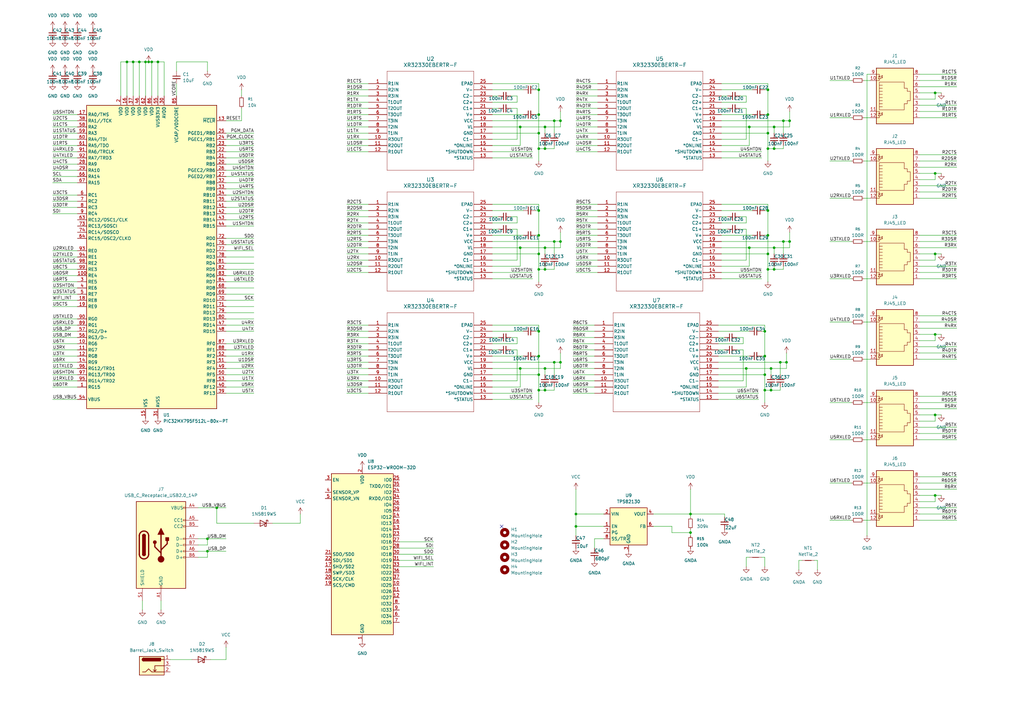
<source format=kicad_sch>
(kicad_sch (version 20250114) (generator "eeschema") (generator_version "9.0")
  (paper "A3")
  (junction (at 88.9 208.28))
  (junction (at 283.21 210.82))
  (junction (at 236.22 210.82))
  (junction (at 383.54 38.1))
  (junction (at 236.22 215.9))
  (junction (at 220.98 104.14))
  (junction (at 383.54 170.18))
  (junction (at 62.23 25.4))
  (junction (at 220.98 135.89))
  (junction (at 220.98 110.49))
  (junction (at 383.54 104.14))
  (junction (at 323.85 49.53))
  (junction (at 314.96 60.96))
  (junction (at 220.98 96.52))
  (junction (at 307.34 52.07))
  (junction (at 220.98 54.61))
  (junction (at 229.87 49.53))
  (junction (at 223.52 160.02))
  (junction (at 313.69 135.89))
  (junction (at 313.69 160.02))
  (junction (at 322.58 148.59))
  (junction (at 383.54 137.16))
  (junction (at 317.5 60.96))
  (junction (at 85.09 226.06))
  (junction (at 316.23 151.13))
  (junction (at 213.36 101.6))
  (junction (at 213.36 52.07))
  (junction (at 220.98 36.83))
  (junction (at 223.52 52.07))
  (junction (at 283.21 218.44))
  (junction (at 227.33 49.53))
  (junction (at 220.98 46.99))
  (junction (at 223.52 101.6))
  (junction (at 317.5 110.49))
  (junction (at 321.31 99.06))
  (junction (at 316.23 160.02))
  (junction (at 314.96 104.14))
  (junction (at 213.36 151.13))
  (junction (at 323.85 99.06))
  (junction (at 220.98 60.96))
  (junction (at 64.77 25.4))
  (junction (at 314.96 96.52))
  (junction (at 223.52 60.96))
  (junction (at 317.5 52.07))
  (junction (at 317.5 101.6))
  (junction (at 321.31 49.53))
  (junction (at 307.34 101.6))
  (junction (at 383.54 71.12))
  (junction (at 306.07 151.13))
  (junction (at 314.96 86.36))
  (junction (at 314.96 36.83))
  (junction (at 314.96 46.99))
  (junction (at 313.69 153.67))
  (junction (at 52.07 25.4))
  (junction (at 220.98 153.67))
  (junction (at 320.04 148.59))
  (junction (at 85.09 220.98))
  (junction (at 313.69 146.05))
  (junction (at 383.54 203.2))
  (junction (at 223.52 151.13))
  (junction (at 59.69 25.4))
  (junction (at 227.33 148.59))
  (junction (at 227.33 99.06))
  (junction (at 54.61 25.4))
  (junction (at 220.98 160.02))
  (junction (at 223.52 110.49))
  (junction (at 314.96 54.61))
  (junction (at 220.98 146.05))
  (junction (at 57.15 25.4))
  (junction (at 229.87 99.06))
  (junction (at 314.96 110.49))
  (junction (at 220.98 86.36))
  (junction (at 60.96 25.4))
  (junction (at 229.87 148.59))
  (no_connect (at 205.74 215.9))
  (wire (pts (xy 142.24 156.21) (xy 151.13 156.21)))
  (wire (pts (xy 57.15 25.4) (xy 59.69 25.4)))
  (wire (pts (xy 349.25 132.08) (xy 340.36 132.08)))
  (wire (pts (xy 21.59 120.65) (xy 31.75 120.65)))
  (wire (pts (xy 21.59 49.53) (xy 31.75 49.53)))
  (wire (pts (xy 99.06 36.83) (xy 99.06 39.37)))
  (wire (pts (xy 219.71 96.52) (xy 220.98 96.52)))
  (wire (pts (xy 304.8 143.51) (xy 304.8 156.21)))
  (wire (pts (xy 92.71 143.51) (xy 104.14 143.51)))
  (wire (pts (xy 163.83 227.33) (xy 177.8 227.33)))
  (wire (pts (xy 219.71 36.83) (xy 220.98 36.83)))
  (wire (pts (xy 85.09 223.52) (xy 85.09 220.98)))
  (wire (pts (xy 21.59 158.75) (xy 31.75 158.75)))
  (wire (pts (xy 220.98 96.52) (xy 220.98 104.14)))
  (wire (pts (xy 59.69 25.4) (xy 59.69 39.37)))
  (wire (pts (xy 21.59 59.69) (xy 31.75 59.69)))
  (wire (pts (xy 92.71 57.15) (xy 104.14 57.15)))
  (wire (pts (xy 227.33 160.02) (xy 223.52 160.02)))
  (wire (pts (xy 92.71 82.55) (xy 104.14 82.55)))
  (wire (pts (xy 163.83 232.41) (xy 177.8 232.41)))
  (wire (pts (xy 295.91 34.29) (xy 314.96 34.29)))
  (wire (pts (xy 349.25 180.34) (xy 340.36 180.34)))
  (wire (pts (xy 304.8 138.43) (xy 302.26 138.43)))
  (wire (pts (xy 316.23 158.75) (xy 316.23 160.02)))
  (wire (pts (xy 220.98 36.83) (xy 220.98 46.99)))
  (wire (pts (xy 92.71 115.57) (xy 104.14 115.57)))
  (wire (pts (xy 81.28 226.06) (xy 85.09 226.06)))
  (wire (pts (xy 321.31 59.69) (xy 321.31 60.96)))
  (wire (pts (xy 92.71 90.17) (xy 104.14 90.17)))
  (wire (pts (xy 201.93 62.23) (xy 218.44 62.23)))
  (wire (pts (xy 354.33 81.28) (xy 356.87 81.28)))
  (wire (pts (xy 227.33 49.53) (xy 227.33 54.61)))
  (wire (pts (xy 92.71 148.59) (xy 104.14 148.59)))
  (wire (pts (xy 209.55 143.51) (xy 212.09 143.51)))
  (wire (pts (xy 212.09 138.43) (xy 209.55 138.43)))
  (wire (pts (xy 81.28 208.28) (xy 88.9 208.28)))
  (wire (pts (xy 377.19 30.48) (xy 392.43 30.48)))
  (wire (pts (xy 383.54 71.12) (xy 386.08 71.12)))
  (wire (pts (xy 21.59 140.97) (xy 31.75 140.97)))
  (wire (pts (xy 236.22 41.91) (xy 245.11 41.91)))
  (wire (pts (xy 92.71 49.53) (xy 99.06 49.53)))
  (wire (pts (xy 295.91 96.52) (xy 308.61 96.52)))
  (wire (pts (xy 85.09 25.4) (xy 85.09 29.21)))
  (wire (pts (xy 142.24 57.15) (xy 151.13 57.15)))
  (wire (pts (xy 201.93 138.43) (xy 204.47 138.43)))
  (wire (pts (xy 323.85 95.25) (xy 323.85 99.06)))
  (wire (pts (xy 21.59 143.51) (xy 31.75 143.51)))
  (wire (pts (xy 317.5 109.22) (xy 317.5 110.49)))
  (wire (pts (xy 212.09 140.97) (xy 212.09 138.43)))
  (wire (pts (xy 21.59 118.11) (xy 31.75 118.11)))
  (wire (pts (xy 321.31 110.49) (xy 317.5 110.49)))
  (wire (pts (xy 201.93 59.69) (xy 213.36 59.69)))
  (wire (pts (xy 377.19 66.04) (xy 392.43 66.04)))
  (wire (pts (xy 236.22 52.07) (xy 245.11 52.07)))
  (wire (pts (xy 306.07 41.91) (xy 306.07 39.37)))
  (wire (pts (xy 383.54 170.18) (xy 383.54 172.72)))
  (wire (pts (xy 223.52 109.22) (xy 223.52 110.49)))
  (wire (pts (xy 314.96 60.96) (xy 317.5 60.96)))
  (wire (pts (xy 234.95 138.43) (xy 243.84 138.43)))
  (wire (pts (xy 81.28 228.6) (xy 85.09 228.6)))
  (wire (pts (xy 377.19 76.2) (xy 392.43 76.2)))
  (wire (pts (xy 236.22 88.9) (xy 245.11 88.9)))
  (wire (pts (xy 377.19 43.18) (xy 392.43 43.18)))
  (wire (pts (xy 214.63 86.36) (xy 201.93 86.36)))
  (wire (pts (xy 212.09 88.9) (xy 209.55 88.9)))
  (wire (pts (xy 236.22 57.15) (xy 245.11 57.15)))
  (wire (pts (xy 295.91 99.06) (xy 321.31 99.06)))
  (wire (pts (xy 323.85 99.06) (xy 323.85 101.6)))
  (wire (pts (xy 320.04 148.59) (xy 320.04 153.67)))
  (wire (pts (xy 21.59 135.89) (xy 31.75 135.89)))
  (wire (pts (xy 209.55 44.45) (xy 212.09 44.45)))
  (wire (pts (xy 219.71 86.36) (xy 220.98 86.36)))
  (wire (pts (xy 92.71 105.41) (xy 104.14 105.41)))
  (wire (pts (xy 85.09 228.6) (xy 85.09 226.06)))
  (wire (pts (xy 377.19 40.64) (xy 383.54 40.64)))
  (wire (pts (xy 201.93 64.77) (xy 218.44 64.77)))
  (wire (pts (xy 377.19 200.66) (xy 392.43 200.66)))
  (wire (pts (xy 275.59 215.9) (xy 275.59 218.44)))
  (wire (pts (xy 234.95 161.29) (xy 243.84 161.29)))
  (wire (pts (xy 320.04 160.02) (xy 316.23 160.02)))
  (wire (pts (xy 377.19 177.8) (xy 392.43 177.8)))
  (wire (pts (xy 314.96 54.61) (xy 314.96 60.96)))
  (wire (pts (xy 377.19 45.72) (xy 392.43 45.72)))
  (wire (pts (xy 142.24 106.68) (xy 151.13 106.68)))
  (wire (pts (xy 377.19 63.5) (xy 392.43 63.5)))
  (wire (pts (xy 294.64 148.59) (xy 320.04 148.59)))
  (wire (pts (xy 294.64 153.67) (xy 313.69 153.67)))
  (wire (pts (xy 92.71 113.03) (xy 104.14 113.03)))
  (wire (pts (xy 377.19 96.52) (xy 392.43 96.52)))
  (wire (pts (xy 234.95 156.21) (xy 243.84 156.21)))
  (wire (pts (xy 142.24 36.83) (xy 151.13 36.83)))
  (wire (pts (xy 142.24 138.43) (xy 151.13 138.43)))
  (wire (pts (xy 377.19 180.34) (xy 392.43 180.34)))
  (wire (pts (xy 334.01 229.87) (xy 335.28 229.87)))
  (wire (pts (xy 201.93 91.44) (xy 212.09 91.44)))
  (wire (pts (xy 220.98 83.82) (xy 220.98 86.36)))
  (wire (pts (xy 304.8 140.97) (xy 304.8 138.43)))
  (wire (pts (xy 314.96 83.82) (xy 314.96 86.36)))
  (wire (pts (xy 92.71 110.49) (xy 104.14 110.49)))
  (wire (pts (xy 220.98 110.49) (xy 220.98 115.57)))
  (wire (pts (xy 234.95 151.13) (xy 243.84 151.13)))
  (wire (pts (xy 99.06 49.53) (xy 99.06 44.45)))
  (wire (pts (xy 62.23 25.4) (xy 62.23 39.37)))
  (wire (pts (xy 21.59 87.63) (xy 31.75 87.63)))
  (wire (pts (xy 321.31 60.96) (xy 317.5 60.96)))
  (wire (pts (xy 92.71 140.97) (xy 104.14 140.97)))
  (wire (pts (xy 227.33 99.06) (xy 227.33 104.14)))
  (wire (pts (xy 312.42 135.89) (xy 313.69 135.89)))
  (wire (pts (xy 317.5 101.6) (xy 323.85 101.6)))
  (wire (pts (xy 377.19 147.32) (xy 392.43 147.32)))
  (wire (pts (xy 294.64 163.83) (xy 311.15 163.83)))
  (wire (pts (xy 58.42 246.38) (xy 58.42 250.19)))
  (wire (pts (xy 142.24 39.37) (xy 151.13 39.37)))
  (wire (pts (xy 21.59 133.35) (xy 31.75 133.35)))
  (wire (pts (xy 142.24 146.05) (xy 151.13 146.05)))
  (wire (pts (xy 219.71 146.05) (xy 220.98 146.05)))
  (wire (pts (xy 66.04 246.38) (xy 66.04 250.19)))
  (wire (pts (xy 92.71 265.43) (xy 92.71 270.51)))
  (wire (pts (xy 314.96 46.99) (xy 314.96 54.61)))
  (wire (pts (xy 223.52 101.6) (xy 229.87 101.6)))
  (wire (pts (xy 92.71 77.47) (xy 104.14 77.47)))
  (wire (pts (xy 201.93 41.91) (xy 212.09 41.91)))
  (wire (pts (xy 223.52 151.13) (xy 229.87 151.13)))
  (wire (pts (xy 313.69 36.83) (xy 314.96 36.83)))
  (wire (pts (xy 236.22 86.36) (xy 245.11 86.36)))
  (wire (pts (xy 212.09 44.45) (xy 212.09 57.15)))
  (wire (pts (xy 308.61 36.83) (xy 295.91 36.83)))
  (wire (pts (xy 307.34 101.6) (xy 317.5 101.6)))
  (wire (pts (xy 303.53 44.45) (xy 306.07 44.45)))
  (wire (pts (xy 220.98 60.96) (xy 223.52 60.96)))
  (wire (pts (xy 236.22 59.69) (xy 245.11 59.69)))
  (wire (pts (xy 295.91 104.14) (xy 314.96 104.14)))
  (wire (pts (xy 377.19 81.28) (xy 392.43 81.28)))
  (wire (pts (xy 383.54 137.16) (xy 383.54 139.7)))
  (wire (pts (xy 349.25 165.1) (xy 340.36 165.1)))
  (wire (pts (xy 49.53 25.4) (xy 49.53 39.37)))
  (wire (pts (xy 313.69 96.52) (xy 314.96 96.52)))
  (wire (pts (xy 317.5 52.07) (xy 317.5 54.61)))
  (wire (pts (xy 212.09 143.51) (xy 212.09 156.21)))
  (wire (pts (xy 227.33 148.59) (xy 227.33 153.67)))
  (wire (pts (xy 295.91 111.76) (xy 312.42 111.76)))
  (wire (pts (xy 377.19 205.74) (xy 383.54 205.74)))
  (wire (pts (xy 377.19 71.12) (xy 383.54 71.12)))
  (wire (pts (xy 92.71 130.81) (xy 104.14 130.81)))
  (wire (pts (xy 295.91 52.07) (xy 307.34 52.07)))
  (wire (pts (xy 234.95 158.75) (xy 243.84 158.75)))
  (wire (pts (xy 295.91 83.82) (xy 314.96 83.82)))
  (wire (pts (xy 234.95 146.05) (xy 243.84 146.05)))
  (wire (pts (xy 247.65 210.82) (xy 236.22 210.82)))
  (wire (pts (xy 81.28 223.52) (xy 85.09 223.52)))
  (wire (pts (xy 316.23 151.13) (xy 322.58 151.13)))
  (wire (pts (xy 227.33 110.49) (xy 223.52 110.49)))
  (wire (pts (xy 354.33 33.02) (xy 356.87 33.02)))
  (wire (pts (xy 142.24 93.98) (xy 151.13 93.98)))
  (wire (pts (xy 308.61 86.36) (xy 295.91 86.36)))
  (wire (pts (xy 313.69 46.99) (xy 314.96 46.99)))
  (wire (pts (xy 354.33 132.08) (xy 356.87 132.08)))
  (wire (pts (xy 142.24 148.59) (xy 151.13 148.59)))
  (wire (pts (xy 377.19 213.36) (xy 392.43 213.36)))
  (wire (pts (xy 294.64 151.13) (xy 306.07 151.13)))
  (wire (pts (xy 327.66 229.87) (xy 327.66 233.68)))
  (wire (pts (xy 201.93 83.82) (xy 220.98 83.82)))
  (wire (pts (xy 236.22 36.83) (xy 245.11 36.83)))
  (wire (pts (xy 294.64 158.75) (xy 306.07 158.75)))
  (wire (pts (xy 236.22 99.06) (xy 245.11 99.06)))
  (wire (pts (xy 201.93 52.07) (xy 213.36 52.07)))
  (wire (pts (xy 313.69 153.67) (xy 313.69 160.02)))
  (wire (pts (xy 92.71 120.65) (xy 104.14 120.65)))
  (wire (pts (xy 295.91 93.98) (xy 298.45 93.98)))
  (wire (pts (xy 54.61 25.4) (xy 54.61 39.37)))
  (wire (pts (xy 377.19 172.72) (xy 383.54 172.72)))
  (wire (pts (xy 383.54 71.12) (xy 383.54 73.66)))
  (wire (pts (xy 21.59 82.55) (xy 31.75 82.55)))
  (wire (pts (xy 236.22 39.37) (xy 245.11 39.37)))
  (wire (pts (xy 81.28 220.98) (xy 85.09 220.98)))
  (wire (pts (xy 201.93 54.61) (xy 220.98 54.61)))
  (wire (pts (xy 377.19 162.56) (xy 392.43 162.56)))
  (wire (pts (xy 92.71 62.23) (xy 104.14 62.23)))
  (wire (pts (xy 21.59 52.07) (xy 31.75 52.07)))
  (wire (pts (xy 236.22 83.82) (xy 245.11 83.82)))
  (wire (pts (xy 142.24 46.99) (xy 151.13 46.99)))
  (wire (pts (xy 220.98 135.89) (xy 220.98 146.05)))
  (wire (pts (xy 223.52 151.13) (xy 223.52 153.67)))
  (wire (pts (xy 377.19 73.66) (xy 383.54 73.66)))
  (wire (pts (xy 21.59 105.41) (xy 31.75 105.41)))
  (wire (pts (xy 227.33 49.53) (xy 229.87 49.53)))
  (wire (pts (xy 223.52 59.69) (xy 223.52 60.96)))
  (wire (pts (xy 209.55 93.98) (xy 212.09 93.98)))
  (wire (pts (xy 294.64 146.05) (xy 307.34 146.05)))
  (wire (pts (xy 377.19 99.06) (xy 392.43 99.06)))
  (wire (pts (xy 267.97 210.82) (xy 283.21 210.82)))
  (wire (pts (xy 307.34 52.07) (xy 317.5 52.07)))
  (wire (pts (xy 295.91 91.44) (xy 306.07 91.44)))
  (wire (pts (xy 377.19 208.28) (xy 392.43 208.28)))
  (wire (pts (xy 355.6 30.48) (xy 355.6 219.71)))
  (wire (pts (xy 201.93 34.29) (xy 220.98 34.29)))
  (wire (pts (xy 307.34 59.69) (xy 307.34 52.07)))
  (wire (pts (xy 92.71 128.27) (xy 104.14 128.27)))
  (wire (pts (xy 377.19 35.56) (xy 392.43 35.56)))
  (wire (pts (xy 323.85 45.72) (xy 323.85 49.53)))
  (wire (pts (xy 295.91 88.9) (xy 298.45 88.9)))
  (wire (pts (xy 322.58 148.59) (xy 322.58 151.13)))
  (wire (pts (xy 294.64 140.97) (xy 304.8 140.97)))
  (wire (pts (xy 223.52 101.6) (xy 223.52 104.14)))
  (wire (pts (xy 227.33 59.69) (xy 227.33 60.96)))
  (wire (pts (xy 142.24 153.67) (xy 151.13 153.67)))
  (wire (pts (xy 314.96 110.49) (xy 317.5 110.49)))
  (wire (pts (xy 220.98 46.99) (xy 220.98 54.61)))
  (wire (pts (xy 354.33 48.26) (xy 356.87 48.26)))
  (wire (pts (xy 21.59 85.09) (xy 31.75 85.09)))
  (wire (pts (xy 321.31 49.53) (xy 321.31 54.61)))
  (wire (pts (xy 212.09 156.21) (xy 201.93 156.21)))
  (wire (pts (xy 142.24 54.61) (xy 151.13 54.61)))
  (wire (pts (xy 377.19 167.64) (xy 392.43 167.64)))
  (wire (pts (xy 234.95 135.89) (xy 243.84 135.89)))
  (wire (pts (xy 220.98 34.29) (xy 220.98 36.83)))
  (wire (pts (xy 62.23 25.4) (xy 64.77 25.4)))
  (wire (pts (xy 377.19 129.54) (xy 392.43 129.54)))
  (wire (pts (xy 123.19 210.82) (xy 123.19 214.63)))
  (wire (pts (xy 92.71 64.77) (xy 104.14 64.77)))
  (wire (pts (xy 92.71 100.33) (xy 104.14 100.33)))
  (wire (pts (xy 21.59 80.01) (xy 31.75 80.01)))
  (wire (pts (xy 304.8 156.21) (xy 294.64 156.21)))
  (wire (pts (xy 92.71 87.63) (xy 104.14 87.63)))
  (wire (pts (xy 142.24 140.97) (xy 151.13 140.97)))
  (wire (pts (xy 92.71 59.69) (xy 104.14 59.69)))
  (wire (pts (xy 64.77 25.4) (xy 64.77 39.37)))
  (wire (pts (xy 21.59 130.81) (xy 31.75 130.81)))
  (wire (pts (xy 201.93 39.37) (xy 204.47 39.37)))
  (wire (pts (xy 383.54 38.1) (xy 386.08 38.1)))
  (wire (pts (xy 212.09 91.44) (xy 212.09 88.9)))
  (wire (pts (xy 383.54 137.16) (xy 386.08 137.16)))
  (wire (pts (xy 356.87 30.48) (xy 355.6 30.48)))
  (wire (pts (xy 201.93 114.3) (xy 218.44 114.3)))
  (wire (pts (xy 219.71 46.99) (xy 220.98 46.99)))
  (wire (pts (xy 201.93 153.67) (xy 220.98 153.67)))
  (wire (pts (xy 354.33 198.12) (xy 356.87 198.12)))
  (wire (pts (xy 21.59 69.85) (xy 31.75 69.85)))
  (wire (pts (xy 201.93 96.52) (xy 214.63 96.52)))
  (wire (pts (xy 313.69 228.6) (xy 313.69 232.41)))
  (wire (pts (xy 220.98 153.67) (xy 220.98 160.02)))
  (wire (pts (xy 220.98 160.02) (xy 220.98 165.1)))
  (wire (pts (xy 320.04 148.59) (xy 322.58 148.59)))
  (wire (pts (xy 295.91 49.53) (xy 321.31 49.53)))
  (wire (pts (xy 377.19 104.14) (xy 383.54 104.14)))
  (wire (pts (xy 377.19 137.16) (xy 383.54 137.16)))
  (wire (pts (xy 306.07 91.44) (xy 306.07 88.9)))
  (wire (pts (xy 306.07 151.13) (xy 316.23 151.13)))
  (wire (pts (xy 236.22 109.22) (xy 245.11 109.22)))
  (wire (pts (xy 295.91 62.23) (xy 312.42 62.23)))
  (wire (pts (xy 142.24 86.36) (xy 151.13 86.36)))
  (wire (pts (xy 227.33 60.96) (xy 223.52 60.96)))
  (wire (pts (xy 220.98 60.96) (xy 220.98 66.04)))
  (wire (pts (xy 142.24 34.29) (xy 151.13 34.29)))
  (wire (pts (xy 377.19 195.58) (xy 392.43 195.58)))
  (wire (pts (xy 142.24 59.69) (xy 151.13 59.69)))
  (wire (pts (xy 313.69 160.02) (xy 313.69 165.1)))
  (wire (pts (xy 163.83 224.79) (xy 177.8 224.79)))
  (wire (pts (xy 88.9 214.63) (xy 104.14 214.63)))
  (wire (pts (xy 377.19 203.2) (xy 383.54 203.2)))
  (wire (pts (xy 236.22 44.45) (xy 245.11 44.45)))
  (wire (pts (xy 92.71 156.21) (xy 104.14 156.21)))
  (wire (pts (xy 349.25 99.06) (xy 340.36 99.06)))
  (wire (pts (xy 295.91 114.3) (xy 312.42 114.3)))
  (wire (pts (xy 236.22 54.61) (xy 245.11 54.61)))
  (wire (pts (xy 21.59 102.87) (xy 31.75 102.87)))
  (wire (pts (xy 227.33 99.06) (xy 229.87 99.06)))
  (wire (pts (xy 321.31 99.06) (xy 323.85 99.06)))
  (wire (pts (xy 142.24 44.45) (xy 151.13 44.45)))
  (wire (pts (xy 213.36 151.13) (xy 223.52 151.13)))
  (wire (pts (xy 295.91 46.99) (xy 308.61 46.99)))
  (wire (pts (xy 212.09 93.98) (xy 212.09 106.68)))
  (wire (pts (xy 21.59 62.23) (xy 31.75 62.23)))
  (wire (pts (xy 306.07 39.37) (xy 303.53 39.37)))
  (wire (pts (xy 349.25 213.36) (xy 340.36 213.36)))
  (wire (pts (xy 92.71 54.61) (xy 104.14 54.61)))
  (wire (pts (xy 92.71 92.71) (xy 104.14 92.71)))
  (wire (pts (xy 142.24 109.22) (xy 151.13 109.22)))
  (wire (pts (xy 377.19 101.6) (xy 392.43 101.6)))
  (wire (pts (xy 220.98 86.36) (xy 220.98 96.52)))
  (wire (pts (xy 85.09 226.06) (xy 92.71 226.06)))
  (wire (pts (xy 21.59 107.95) (xy 31.75 107.95)))
  (wire (pts (xy 142.24 135.89) (xy 151.13 135.89)))
  (wire (pts (xy 314.96 36.83) (xy 314.96 46.99)))
  (wire (pts (xy 377.19 198.12) (xy 392.43 198.12)))
  (wire (pts (xy 201.93 46.99) (xy 214.63 46.99)))
  (wire (pts (xy 383.54 38.1) (xy 383.54 40.64)))
  (wire (pts (xy 92.71 135.89) (xy 104.14 135.89)))
  (wire (pts (xy 377.19 134.62) (xy 392.43 134.62)))
  (wire (pts (xy 92.71 69.85) (xy 104.14 69.85)))
  (wire (pts (xy 72.39 34.29) (xy 72.39 39.37)))
  (wire (pts (xy 92.71 107.95) (xy 104.14 107.95)))
  (wire (pts (xy 236.22 101.6) (xy 245.11 101.6)))
  (wire (pts (xy 92.71 153.67) (xy 104.14 153.67)))
  (wire (pts (xy 142.24 96.52) (xy 151.13 96.52)))
  (wire (pts (xy 88.9 208.28) (xy 88.9 214.63)))
  (wire (pts (xy 229.87 144.78) (xy 229.87 148.59)))
  (wire (pts (xy 294.64 138.43) (xy 297.18 138.43)))
  (wire (pts (xy 142.24 99.06) (xy 151.13 99.06)))
  (wire (pts (xy 243.84 220.98) (xy 243.84 224.79)))
  (wire (pts (xy 92.71 151.13) (xy 104.14 151.13)))
  (wire (pts (xy 377.19 33.02) (xy 392.43 33.02)))
  (wire (pts (xy 312.42 146.05) (xy 313.69 146.05)))
  (wire (pts (xy 307.34 135.89) (xy 294.64 135.89)))
  (wire (pts (xy 142.24 104.14) (xy 151.13 104.14)))
  (wire (pts (xy 229.87 95.25) (xy 229.87 99.06)))
  (wire (pts (xy 236.22 93.98) (xy 245.11 93.98)))
  (wire (pts (xy 335.28 229.87) (xy 335.28 233.68)))
  (wire (pts (xy 220.98 146.05) (xy 220.98 153.67)))
  (wire (pts (xy 377.19 114.3) (xy 392.43 114.3)))
  (wire (pts (xy 201.93 161.29) (xy 218.44 161.29)))
  (wire (pts (xy 223.52 158.75) (xy 223.52 160.02)))
  (wire (pts (xy 92.71 80.01) (xy 104.14 80.01)))
  (wire (pts (xy 354.33 180.34) (xy 356.87 180.34)))
  (wire (pts (xy 294.64 161.29) (xy 311.15 161.29)))
  (wire (pts (xy 320.04 158.75) (xy 320.04 160.02)))
  (wire (pts (xy 313.69 86.36) (xy 314.96 86.36)))
  (wire (pts (xy 213.36 52.07) (xy 223.52 52.07)))
  (wire (pts (xy 57.15 25.4) (xy 57.15 39.37)))
  (wire (pts (xy 21.59 113.03) (xy 31.75 113.03)))
  (wire (pts (xy 223.52 52.07) (xy 223.52 54.61)))
  (wire (pts (xy 92.71 118.11) (xy 104.14 118.11)))
  (wire (pts (xy 317.5 52.07) (xy 323.85 52.07)))
  (wire (pts (xy 306.07 158.75) (xy 306.07 151.13)))
  (wire (pts (xy 21.59 163.83) (xy 31.75 163.83)))
  (wire (pts (xy 92.71 146.05) (xy 104.14 146.05)))
  (wire (pts (xy 283.21 200.66) (xy 283.21 210.82)))
  (wire (pts (xy 212.09 39.37) (xy 209.55 39.37)))
  (wire (pts (xy 377.19 175.26) (xy 392.43 175.26)))
  (wire (pts (xy 236.22 200.66) (xy 236.22 210.82)))
  (wire (pts (xy 247.65 220.98) (xy 243.84 220.98)))
  (wire (pts (xy 312.42 228.6) (xy 313.69 228.6)))
  (wire (pts (xy 234.95 148.59) (xy 243.84 148.59)))
  (wire (pts (xy 275.59 218.44) (xy 283.21 218.44)))
  (wire (pts (xy 69.85 270.51) (xy 78.74 270.51)))
  (wire (pts (xy 317.5 101.6) (xy 317.5 104.14)))
  (wire (pts (xy 317.5 59.69) (xy 317.5 60.96)))
  (wire (pts (xy 349.25 66.04) (xy 340.36 66.04)))
  (wire (pts (xy 313.69 146.05) (xy 313.69 153.67)))
  (wire (pts (xy 236.22 96.52) (xy 245.11 96.52)))
  (wire (pts (xy 21.59 148.59) (xy 31.75 148.59)))
  (wire (pts (xy 142.24 161.29) (xy 151.13 161.29)))
  (wire (pts (xy 201.93 151.13) (xy 213.36 151.13)))
  (wire (pts (xy 328.93 229.87) (xy 327.66 229.87)))
  (wire (pts (xy 227.33 109.22) (xy 227.33 110.49)))
  (wire (pts (xy 383.54 203.2) (xy 386.08 203.2)))
  (wire (pts (xy 212.09 41.91) (xy 212.09 39.37)))
  (wire (pts (xy 142.24 83.82) (xy 151.13 83.82)))
  (wire (pts (xy 201.93 146.05) (xy 214.63 146.05)))
  (wire (pts (xy 21.59 110.49) (xy 31.75 110.49)))
  (wire (pts (xy 322.58 144.78) (xy 322.58 148.59)))
  (wire (pts (xy 229.87 148.59) (xy 229.87 151.13)))
  (wire (pts (xy 302.26 143.51) (xy 304.8 143.51)))
  (wire (pts (xy 220.98 110.49) (xy 223.52 110.49)))
  (wire (pts (xy 142.24 88.9) (xy 151.13 88.9)))
  (wire (pts (xy 377.19 132.08) (xy 392.43 132.08)))
  (wire (pts (xy 72.39 25.4) (xy 85.09 25.4)))
  (wire (pts (xy 21.59 156.21) (xy 31.75 156.21)))
  (wire (pts (xy 201.93 44.45) (xy 204.47 44.45)))
  (wire (pts (xy 64.77 25.4) (xy 67.31 25.4)))
  (wire (pts (xy 220.98 54.61) (xy 220.98 60.96)))
  (wire (pts (xy 307.34 228.6) (xy 306.07 228.6)))
  (wire (pts (xy 236.22 34.29) (xy 245.11 34.29)))
  (wire (pts (xy 213.36 158.75) (xy 213.36 151.13)))
  (wire (pts (xy 294.64 143.51) (xy 297.18 143.51)))
  (wire (pts (xy 220.98 133.35) (xy 220.98 135.89)))
  (wire (pts (xy 377.19 144.78) (xy 392.43 144.78)))
  (wire (pts (xy 21.59 54.61) (xy 31.75 54.61)))
  (wire (pts (xy 92.71 85.09) (xy 104.14 85.09)))
  (wire (pts (xy 212.09 57.15) (xy 201.93 57.15)))
  (wire (pts (xy 201.93 158.75) (xy 213.36 158.75)))
  (wire (pts (xy 283.21 217.17) (xy 283.21 218.44)))
  (wire (pts (xy 377.19 48.26) (xy 392.43 48.26)))
  (wire (pts (xy 111.76 214.63) (xy 123.19 214.63)))
  (wire (pts (xy 377.19 38.1) (xy 383.54 38.1)))
  (wire (pts (xy 321.31 49.53) (xy 323.85 49.53)))
  (wire (pts (xy 236.22 62.23) (xy 245.11 62.23)))
  (wire (pts (xy 92.71 74.93) (xy 104.14 74.93)))
  (wire (pts (xy 313.69 135.89) (xy 313.69 146.05)))
  (wire (pts (xy 21.59 46.99) (xy 31.75 46.99)))
  (wire (pts (xy 229.87 99.06) (xy 229.87 101.6)))
  (wire (pts (xy 313.69 160.02) (xy 316.23 160.02)))
  (wire (pts (xy 201.93 143.51) (xy 204.47 143.51)))
  (wire (pts (xy 85.09 220.98) (xy 92.71 220.98)))
  (wire (pts (xy 236.22 111.76) (xy 245.11 111.76)))
  (wire (pts (xy 201.93 104.14) (xy 220.98 104.14)))
  (wire (pts (xy 295.91 39.37) (xy 298.45 39.37)))
  (wire (pts (xy 49.53 25.4) (xy 52.07 25.4)))
  (wire (pts (xy 383.54 104.14) (xy 383.54 106.68)))
  (wire (pts (xy 314.96 86.36) (xy 314.96 96.52)))
  (wire (pts (xy 201.93 133.35) (xy 220.98 133.35)))
  (wire (pts (xy 201.93 148.59) (xy 227.33 148.59)))
  (wire (pts (xy 295.91 101.6) (xy 307.34 101.6)))
  (wire (pts (xy 88.9 208.28) (xy 92.71 208.28)))
  (wire (pts (xy 247.65 215.9) (xy 236.22 215.9)))
  (wire (pts (xy 377.19 139.7) (xy 383.54 139.7)))
  (wire (pts (xy 229.87 45.72) (xy 229.87 49.53)))
  (wire (pts (xy 21.59 67.31) (xy 31.75 67.31)))
  (wire (pts (xy 295.91 109.22) (xy 307.34 109.22)))
  (wire (pts (xy 295.91 59.69) (xy 307.34 59.69)))
  (wire (pts (xy 21.59 151.13) (xy 31.75 151.13)))
  (wire (pts (xy 142.24 151.13) (xy 151.13 151.13)))
  (wire (pts (xy 349.25 198.12) (xy 340.36 198.12)))
  (wire (pts (xy 142.24 62.23) (xy 151.13 62.23)))
  (wire (pts (xy 354.33 66.04) (xy 356.87 66.04)))
  (wire (pts (xy 354.33 99.06) (xy 356.87 99.06)))
  (wire (pts (xy 306.07 106.68) (xy 295.91 106.68)))
  (wire (pts (xy 313.69 133.35) (xy 313.69 135.89)))
  (wire (pts (xy 142.24 49.53) (xy 151.13 49.53)))
  (wire (pts (xy 236.22 215.9) (xy 236.22 219.71)))
  (wire (pts (xy 283.21 218.44) (xy 283.21 219.71)))
  (wire (pts (xy 213.36 101.6) (xy 223.52 101.6)))
  (wire (pts (xy 316.23 151.13) (xy 316.23 153.67)))
  (wire (pts (xy 92.71 161.29) (xy 104.14 161.29)))
  (wire (pts (xy 236.22 91.44) (xy 245.11 91.44)))
  (wire (pts (xy 142.24 158.75) (xy 151.13 158.75)))
  (wire (pts (xy 234.95 153.67) (xy 243.84 153.67)))
  (wire (pts (xy 201.93 163.83) (xy 218.44 163.83)))
  (wire (pts (xy 306.07 57.15) (xy 295.91 57.15)))
  (wire (pts (xy 59.69 25.4) (xy 60.96 25.4)))
  (wire (pts (xy 213.36 109.22) (xy 213.36 101.6)))
  (wire (pts (xy 267.97 215.9) (xy 275.59 215.9)))
  (wire (pts (xy 354.33 114.3) (xy 356.87 114.3)))
  (wire (pts (xy 297.18 212.09) (xy 297.18 210.82)))
  (wire (pts (xy 354.33 165.1) (xy 356.87 165.1)))
  (wire (pts (xy 321.31 109.22) (xy 321.31 110.49)))
  (wire (pts (xy 92.71 158.75) (xy 104.14 158.75)))
  (wire (pts (xy 54.61 25.4) (xy 57.15 25.4)))
  (wire (pts (xy 306.07 228.6) (xy 306.07 232.41)))
  (wire (pts (xy 295.91 41.91) (xy 306.07 41.91)))
  (wire (pts (xy 92.71 72.39) (xy 104.14 72.39)))
  (wire (pts (xy 201.93 49.53) (xy 227.33 49.53)))
  (wire (pts (xy 236.22 46.99) (xy 245.11 46.99)))
  (wire (pts (xy 377.19 165.1) (xy 392.43 165.1)))
  (wire (pts (xy 60.96 25.4) (xy 62.23 25.4)))
  (wire (pts (xy 214.63 135.89) (xy 201.93 135.89)))
  (wire (pts (xy 295.91 64.77) (xy 312.42 64.77)))
  (wire (pts (xy 349.25 48.26) (xy 340.36 48.26)))
  (wire (pts (xy 21.59 74.93) (xy 31.75 74.93)))
  (wire (pts (xy 377.19 170.18) (xy 383.54 170.18)))
  (wire (pts (xy 377.19 106.68) (xy 383.54 106.68)))
  (wire (pts (xy 21.59 138.43) (xy 31.75 138.43)))
  (wire (pts (xy 201.93 111.76) (xy 218.44 111.76)))
  (wire (pts (xy 21.59 72.39) (xy 31.75 72.39)))
  (wire (pts (xy 21.59 125.73) (xy 31.75 125.73)))
  (wire (pts (xy 314.96 96.52) (xy 314.96 104.14)))
  (wire (pts (xy 383.54 104.14) (xy 386.08 104.14)))
  (wire (pts (xy 354.33 213.36) (xy 356.87 213.36)))
  (wire (pts (xy 306.07 44.45) (xy 306.07 57.15)))
  (wire (pts (xy 67.31 25.4) (xy 67.31 39.37)))
  (wire (pts (xy 227.33 148.59) (xy 229.87 148.59)))
  (wire (pts (xy 52.07 25.4) (xy 54.61 25.4)))
  (wire (pts (xy 214.63 36.83) (xy 201.93 36.83)))
  (wire (pts (xy 295.91 54.61) (xy 314.96 54.61)))
  (wire (pts (xy 21.59 57.15) (xy 31.75 57.15)))
  (wire (pts (xy 377.19 109.22) (xy 392.43 109.22)))
  (wire (pts (xy 377.19 210.82) (xy 392.43 210.82)))
  (wire (pts (xy 234.95 140.97) (xy 243.84 140.97)))
  (wire (pts (xy 72.39 29.21) (xy 72.39 25.4)))
  (wire (pts (xy 307.34 109.22) (xy 307.34 101.6)))
  (wire (pts (xy 314.96 104.14) (xy 314.96 110.49)))
  (wire (pts (xy 220.98 104.14) (xy 220.98 110.49)))
  (wire (pts (xy 234.95 133.35) (xy 243.84 133.35)))
  (wire (pts (xy 383.54 170.18) (xy 386.08 170.18)))
  (wire (pts (xy 201.93 88.9) (xy 204.47 88.9)))
  (wire (pts (xy 21.59 153.67) (xy 31.75 153.67)))
  (wire (pts (xy 92.71 123.19) (xy 104.14 123.19)))
  (wire (pts (xy 349.25 81.28) (xy 340.36 81.28)))
  (wire (pts (xy 213.36 59.69) (xy 213.36 52.07)))
  (wire (pts (xy 21.59 146.05) (xy 31.75 146.05)))
  (wire (pts (xy 21.59 115.57) (xy 31.75 115.57)))
  (wire (pts (xy 236.22 49.53) (xy 245.11 49.53)))
  (wire (pts (xy 142.24 41.91) (xy 151.13 41.91)))
  (wire (pts (xy 142.24 111.76) (xy 151.13 111.76)))
  (wire (pts (xy 295.91 44.45) (xy 298.45 44.45)))
  (wire (pts (xy 349.25 114.3) (xy 340.36 114.3)))
  (wire (pts (xy 92.71 125.73) (xy 104.14 125.73)))
  (wire (pts (xy 236.22 104.14) (xy 245.11 104.14)))
  (wire (pts (xy 142.24 143.51) (xy 151.13 143.51)))
  (wire (pts (xy 92.71 133.35) (xy 104.14 133.35)))
  (wire (pts (xy 283.21 210.82) (xy 283.21 212.09)))
  (wire (pts (xy 220.98 160.02) (xy 223.52 160.02)))
  (wire (pts (xy 92.71 97.79) (xy 104.14 97.79)))
  (wire (pts (xy 163.83 229.87) (xy 177.8 229.87)))
  (wire (pts (xy 323.85 49.53) (xy 323.85 52.07)))
  (wire (pts (xy 201.93 109.22) (xy 213.36 109.22)))
  (wire (pts (xy 223.52 52.07) (xy 229.87 52.07)))
  (wire (pts (xy 219.71 135.89) (xy 220.98 135.89)))
  (wire (pts (xy 377.19 111.76) (xy 392.43 111.76)))
  (wire (pts (xy 142.24 133.35) (xy 151.13 133.35)))
  (wire (pts (xy 142.24 52.07) (xy 151.13 52.07)))
  (wire (pts (xy 294.64 133.35) (xy 313.69 133.35)))
  (wire (pts (xy 377.19 78.74) (xy 392.43 78.74)))
  (wire (pts (xy 229.87 49.53) (xy 229.87 52.07)))
  (wire (pts (xy 303.53 93.98) (xy 306.07 93.98)))
  (wire (pts (xy 354.33 147.32) (xy 356.87 147.32)))
  (wire (pts (xy 314.96 110.49) (xy 314.96 115.57)))
  (wire (pts (xy 297.18 210.82) (xy 283.21 210.82)))
  (wire (pts (xy 321.31 99.06) (xy 321.31 104.14)))
  (wire (pts (xy 92.71 67.31) (xy 104.14 67.31)))
  (wire (pts (xy 163.83 222.25) (xy 177.8 222.25)))
  (wire (pts (xy 383.54 203.2) (xy 383.54 205.74)))
  (wire (pts (xy 236.22 215.9) (xy 236.22 210.82)))
  (wire (pts (xy 236.22 106.68) (xy 245.11 106.68)))
  (wire (pts (xy 92.71 102.87) (xy 104.14 102.87)))
  (wire (pts (xy 21.59 123.19) (xy 31.75 123.19)))
  (wire (pts (xy 234.95 143.51) (xy 243.84 143.51)))
  (wire (pts (xy 212.09 106.68) (xy 201.93 106.68)))
  (wire (pts (xy 201.93 101.6) (xy 213.36 101.6)))
  (wire (pts (xy 142.24 91.44) (xy 151.13 91.44)))
  (wire (pts (xy 86.36 270.51) (xy 92.71 270.51)))
  (wire (pts (xy 201.93 93.98) (xy 204.47 93.98)))
  (wire (pts (xy 52.07 25.4) (xy 52.07 39.37)))
  (wire (pts (xy 306.07 88.9) (xy 303.53 88.9)))
  (wire (pts (xy 142.24 101.6) (xy 151.13 101.6)))
  (wire (pts (xy 349.25 147.32) (xy 340.36 147.32)))
  (wire (pts (xy 314.96 34.29) (xy 314.96 36.83)))
  (wire (pts (xy 201.93 140.97) (xy 212.09 140.97)))
  (wire (pts (xy 377.19 142.24) (xy 392.43 142.24)))
  (wire (pts (xy 377.19 68.58) (xy 392.43 68.58)))
  (wire (pts (xy 21.59 64.77) (xy 31.75 64.77)))
  (wire (pts (xy 227.33 158.75) (xy 227.33 160.02)))
  (wire (pts (xy 314.96 60.96) (xy 314.96 66.04)))
  (wire (pts (xy 306.07 93.98) (xy 306.07 106.68)))
  (wire (pts (xy 349.25 33.02) (xy 340.36 33.02)))
  (wire (pts (xy 201.93 99.06) (xy 227.33 99.06)))
  (label "U4RXLED" (at 21.59 62.23 0))
  (label "U6SHTDN" (at 21.59 153.67 0))
  (label "U2STATUS" (at 218.44 114.3 180))
  (label "R2DTR" (at 142.24 93.98 0))
  (label "U5RTS" (at 236.22 99.06 0))
  (label "USB_VBUS" (at 92.71 208.28 180))
  (label "USB_DP" (at 21.59 135.89 0))
  (label "U3TX" (at 21.59 146.05 0))
  (label "R6RX" (at 234.95 138.43 0))
  (label "U4DTR" (at 236.22 52.07 0))
  (label "U4TXLED" (at 21.59 64.77 0))
  (label "U6STATUS" (at 21.59 107.95 0))
  (label "U6DSR" (at 234.95 158.75 0))
  (label "U1RX" (at 142.24 57.15 0))
  (label "SCK" (at 177.8 222.25 180))
  (label "U6TXLED" (at 340.36 198.12 0))
  (label "R4DSR" (at 236.22 36.83 0))
  (label "WIFI_SEL" (at 104.14 102.87 180))
  (label "U1STATUS" (at 218.44 64.77 180))
  (label "U2TX" (at 142.24 104.14 0))
  (label "U5STATUS" (at 312.42 114.3 180))
  (label "U6SHTDN" (at 311.15 161.29 180))
  (label "U2RXLED" (at 21.59 102.87 0))
  (label "U5TX" (at 104.14 161.29 180))
  (label "R3RTS" (at 142.24 146.05 0))
  (label "R6RTS" (at 234.95 146.05 0))
  (label "R5RTS" (at 392.43 180.34 180))
  (label "WIFI_INT" (at 177.8 232.41 180))
  (label "U1CTS" (at 21.59 52.07 0))
  (label "R1RX" (at 392.43 35.56 180))
  (label "U6RXLED" (at 104.14 113.03 180))
  (label "R3DTR" (at 142.24 143.51 0))
  (label "U1DSR" (at 104.14 148.59 180))
  (label "U5DSR" (at 236.22 109.22 0))
  (label "R3CTS" (at 392.43 96.52 180))
  (label "R6CTS" (at 392.43 195.58 180))
  (label "R2CTS" (at 142.24 83.82 0))
  (label "U6CTS" (at 234.95 161.29 0))
  (label "U5TXLED" (at 340.36 165.1 0))
  (label "U4TXLED" (at 340.36 132.08 0))
  (label "PGM_DATA" (at 104.14 54.61 180))
  (label "U5DSR" (at 104.14 67.31 180))
  (label "R6TX" (at 392.43 208.28 180))
  (label "U6DSR" (at 21.59 113.03 0))
  (label "R5DSR" (at 392.43 165.1 180))
  (label "U2STATUS" (at 104.14 82.55 180))
  (label "U4RTS" (at 104.14 77.47 180))
  (label "U5RX" (at 236.22 106.68 0))
  (label "U4RX" (at 236.22 57.15 0))
  (label "R2DSR" (at 142.24 86.36 0))
  (label "U2RTS" (at 104.14 90.17 180))
  (label "R6RX" (at 392.43 200.66 180))
  (label "U5RXLED" (at 21.59 133.35 0))
  (label "R3DTR" (at 392.43 111.76 180))
  (label "U4DTR" (at 104.14 74.93 180))
  (label "U3STATUS" (at 21.59 120.65 0))
  (label "U5SHTDN" (at 312.42 111.76 180))
  (label "U2DSR" (at 142.24 109.22 0))
  (label "U1DSR" (at 142.24 59.69 0))
  (label "U2SHTDN" (at 218.44 111.76 180))
  (label "U4SHTDN" (at 312.42 62.23 180))
  (label "R4DTR" (at 392.43 144.78 180))
  (label "R6DTR" (at 234.95 143.51 0))
  (label "R2RTS" (at 392.43 81.28 180))
  (label "R2RX" (at 392.43 68.58 180))
  (label "U6RX" (at 21.59 148.59 0))
  (label "U4RX" (at 104.14 133.35 180))
  (label "U3RTS" (at 142.24 148.59 0))
  (label "U1RTS" (at 142.24 49.53 0))
  (label "R3DSR" (at 142.24 135.89 0))
  (label "R1CTS" (at 142.24 34.29 0))
  (label "U4CTS" (at 21.59 67.31 0))
  (label "U3CTS" (at 142.24 161.29 0))
  (label "R2TX" (at 142.24 91.44 0))
  (label "U1SHTDN" (at 218.44 62.23 180))
  (label "U2RTS" (at 142.24 99.06 0))
  (label "R5RX" (at 236.22 88.9 0))
  (label "SDI" (at 21.59 87.63 0))
  (label "U3STATUS" (at 218.44 163.83 180))
  (label "U3DTR" (at 142.24 151.13 0))
  (label "R2CTS" (at 392.43 63.5 180))
  (label "R1DSR" (at 392.43 33.02 180))
  (label "R3RX" (at 392.43 101.6 180))
  (label "U1RX" (at 104.14 146.05 180))
  (label "U4TX" (at 236.22 54.61 0))
  (label "U3DTR" (at 21.59 85.09 0))
  (label "SDI" (at 177.8 224.79 180))
  (label "R4CTS" (at 392.43 129.54 180))
  (label "U2TX" (at 104.14 153.67 180))
  (label "R5RTS" (at 236.22 96.52 0))
  (label "SDO" (at 104.14 97.79 180))
  (label "U6TXLED" (at 104.14 115.57 180))
  (label "R1RX" (at 142.24 39.37 0))
  (label "U6CTS" (at 21.59 110.49 0))
  (label "U1RXLED" (at 21.59 156.21 0))
  (label "R2DTR" (at 392.43 78.74 180))
  (label "R5TX" (at 392.43 175.26 180))
  (label "R4DSR" (at 392.43 132.08 180))
  (label "U5RTS" (at 104.14 62.23 180))
  (label "U1RXLED" (at 340.36 48.26 0))
  (label "U5DTR" (at 236.22 101.6 0))
  (label "U4CTS" (at 236.22 62.23 0))
  (label "R3DSR" (at 392.43 99.06 180))
  (label "U3RX" (at 142.24 156.21 0))
  (label "U1TX" (at 104.14 156.21 180))
  (label "U3SHTDN" (at 21.59 118.11 0))
  (label "R6RTS" (at 392.43 213.36 180))
  (label "R1RTS" (at 142.24 46.99 0))
  (label "R1DTR" (at 142.24 44.45 0))
  (label "U6DTR" (at 234.95 151.13 0))
  (label "R5DTR" (at 392.43 177.8 180))
  (label "U1RTS" (at 21.59 59.69 0))
  (label "VCORE" (at 72.39 39.37 90))
  (label "R1TX" (at 392.43 43.18 180))
  (label "R6DSR" (at 392.43 198.12 180))
  (label "U3RXLED" (at 340.36 114.3 0))
  (label "WIFI_SEL" (at 177.8 229.87 180))
  (label "U3TXLED" (at 340.36 99.06 0))
  (label "R1RTS" (at 392.43 48.26 180))
  (label "U5TX" (at 236.22 104.14 0))
  (label "R2TX" (at 392.43 76.2 180))
  (label "U4STATUS" (at 104.14 72.39 180))
  (label "R1DSR" (at 142.24 36.83 0))
  (label "R4RX" (at 392.43 134.62 180))
  (label "U1STATUS" (at 21.59 54.61 0))
  (label "U3RTS" (at 104.14 59.69 180))
  (label "R4RX" (at 236.22 39.37 0))
  (label "R3RX" (at 142.24 138.43 0))
  (label "U6RTS" (at 21.59 115.57 0))
  (label "U3RXLED" (at 104.14 140.97 180))
  (label "U4RXLED" (at 340.36 147.32 0))
  (label "R3TX" (at 392.43 109.22 180))
  (label "RESET" (at 92.71 49.53 0))
  (label "R5TX" (at 236.22 91.44 0))
  (label "U4SHTDN" (at 104.14 69.85 180))
  (label "R1CTS" (at 392.43 30.48 180))
  (label "U5TXLED" (at 21.59 130.81 0))
  (label "U2RX" (at 142.24 106.68 0))
  (label "R4RTS" (at 392.43 147.32 180))
  (label "U6TX" (at 234.95 153.67 0))
  (label "WIFI_INT" (at 21.59 123.19 0))
  (label "U4RTS" (at 236.22 49.53 0))
  (label "U2TXLED" (at 21.59 105.41 0))
  (label "U2DTR" (at 104.14 87.63 180))
  (label "U5STATUS" (at 104.14 100.33 180))
  (label "U3CTS" (at 21.59 80.01 0))
  (label "U2TXLED" (at 340.36 66.04 0))
  (label "U2SHTDN" (at 104.14 80.01 180))
  (label "USB_DP" (at 92.71 226.06 180))
  (label "R6TX" (at 234.95 140.97 0))
  (label "R6CTS" (at 234.95 133.35 0))
  (label "U2RXLED" (at 340.36 81.28 0))
  (label "U5CTS" (at 21.59 125.73 0))
  (label "R2RTS" (at 142.24 96.52 0))
  (label "R1TX" (at 142.24 41.91 0))
  (label "U5RXLED" (at 340.36 180.34 0))
  (label "R4CTS" (at 236.22 34.29 0))
  (label "R6DTR" (at 392.43 210.82 180))
  (label "PGM_CLOCK" (at 104.14 57.15 180))
  (label "U2DSR" (at 104.14 85.09 180))
  (label "U4DSR" (at 236.22 59.69 0))
  (label "SDA" (at 21.59 74.93 0))
  (label "U3TXLED" (at 104.14 143.51 180))
  (label "U2RX" (at 104.14 151.13 180))
  (label "R4TX" (at 236.22 41.91 0))
  (label "U5RX" (at 104.14 158.75 180))
  (label "USB_DM" (at 92.71 220.98 180))
  (label "R4DTR" (at 236.22 44.45 0))
  (label "U6STATUS" (at 311.15 163.83 180))
  (label "USB_VBUS" (at 21.59 163.83 0))
  (label "U1SHTDN" (at 104.14 92.71 180))
  (label "U1DTR" (at 142.24 52.07 0))
  (label "R2DSR" (at 392.43 66.04 180))
  (label "R5DSR" (at 236.22 86.36 0))
  (label "SCL" (at 21.59 72.39 0))
  (label "U3TX" (at 142.24 153.67 0))
  (label "R3CTS" (at 142.24 133.35 0))
  (label "U4TX" (at 104.14 135.89 180))
  (label "U3RX" (at 21.59 143.51 0))
  (label "U1TXLED" (at 21.59 151.13 0))
  (label "R4RTS" (at 236.22 46.99 0))
  (label "R1DTR" (at 392.43 45.72 180))
  (label "U2CTS" (at 142.24 111.76 0))
  (label "R5CTS" (at 236.22 83.82 0))
  (label "U2CTS" (at 21.59 49.53 0))
  (label "SCK" (at 104.14 123.19 180))
  (label "U5DTR" (at 104.14 64.77 180))
  (label "U6RTS" (at 234.95 148.59 0))
  (label "R6DSR" (at 234.95 135.89 0))
  (label "R3TX" (at 142.24 140.97 0))
  (label "U5CTS" (at 236.22 111.76 0))
  (label "U3SHTDN" (at 218.44 161.29 180))
  (label "U1TX" (at 142.24 54.61 0))
  (label "U6DTR" (at 21.59 158.75 0))
  (label "U2DTR" (at 142.24 101.6 0))
  (label "R4TX" (at 392.43 142.24 180))
  (label "U5SHTDN" (at 21.59 46.99 0))
  (label "USB_DM" (at 21.59 138.43 0))
  (label "U1DTR" (at 21.59 57.15 0))
  (label "SDO" (at 177.8 227.33 180))
  (label "U4STATUS" (at 312.42 64.77 180))
  (label "U6RX" (at 234.95 156.21 0))
  (label "U6RXLED" (at 340.36 213.36 0))
  (label "U1CTS" (at 142.24 62.23 0))
  (label "R5DTR" (at 236.22 93.98 0))
  (label "U1TXLED" (at 340.36 33.02 0))
  (label "R3RTS" (at 392.43 114.3 180))
  (label "U3DSR" (at 142.24 158.75 0))
  (label "R2RX" (at 142.24 88.9 0))
  (label "U6TX" (at 21.59 140.97 0))
  (label "U4DSR" (at 21.59 69.85 0))
  (label "R5CTS" (at 392.43 162.56 180))
  (label "U3DSR" (at 21.59 82.55 0))
  (label "R5RX" (at 392.43 167.64 180))
  (symbol (lib_id "Device:R_Small") (at 351.79 165.1 90) (unit 1)
    (property "Reference" "R10" (at 351.79 160.02 90) (effects (font (size 1.016 1.016))))
    (property "Value" "100R" (at 351.79 162.56 90))
    (property "Footprint" "Resistor_SMD:R_0603_1608Metric_Pad0.98x0.95mm_HandSolder" (effects (hide yes)))
    (property "Description" "Resistor, small symbol" (effects (hide yes)))
  )
  (symbol (lib_id "Device:C_Small") (at 38.1 31.75 180) (unit 1)
    (property "Reference" "C38" (at 38.1 30.226 0) (effects (justify right)))
    (property "Value" "100nF" (at 35.56 33.528 0) (effects (justify right)))
    (property "Footprint" "Capacitor_SMD:C_0603_1608Metric_Pad1.08x0.95mm_HandSolder" (effects (hide yes)))
    (property "Description" "Unpolarized capacitor, small symbol" (effects (hide yes)))
  )
  (symbol (lib_id "Device:R_Small") (at 351.79 147.32 90) (unit 1)
    (property "Reference" "R9" (at 351.79 142.24 90) (effects (font (size 1.016 1.016))))
    (property "Value" "100R" (at 351.79 144.78 90))
    (property "Footprint" "Resistor_SMD:R_0603_1608Metric_Pad0.98x0.95mm_HandSolder" (effects (hide yes)))
    (property "Description" "Resistor, small symbol" (effects (hide yes)))
  )
  (symbol (lib_id "power:VDD") (at 323.85 45.72 0) (unit 1)
    (property "Reference" "#PWR018" (effects (hide yes)))
    (property "Value" "VDD" (at 323.85 40.64 0))
    (property "Description" "Power symbol creates a global label with name \"VDD\"" (effects (hide yes)))
  )
  (symbol (lib_id "Device:C_Small") (at 207.01 93.98 90) (unit 1)
    (property "Reference" "C9" (at 209.042 94.996 90))
    (property "Value" "100nF" (at 203.2 94.996 90))
    (property "Footprint" "Capacitor_SMD:C_0603_1608Metric_Pad1.08x0.95mm_HandSolder" (effects (hide yes)))
    (property "Description" "Unpolarized capacitor, small symbol" (effects (hide yes)))
  )
  (symbol (lib_id "Device:C_Small") (at 31.75 13.97 180) (unit 1)
    (property "Reference" "C44" (at 31.75 12.446 0) (effects (justify right)))
    (property "Value" "100nF" (at 29.21 15.748 0) (effects (justify right)))
    (property "Footprint" "Capacitor_SMD:C_0603_1608Metric_Pad1.08x0.95mm_HandSolder" (effects (hide yes)))
    (property "Description" "Unpolarized capacitor, small symbol" (effects (hide yes)))
  )
  (symbol (lib_id "Device:C_Small") (at 207.01 44.45 90) (unit 1)
    (property "Reference" "C4" (at 209.042 45.466 90))
    (property "Value" "100nF" (at 203.2 45.466 90))
    (property "Footprint" "Capacitor_SMD:C_0603_1608Metric_Pad1.08x0.95mm_HandSolder" (effects (hide yes)))
    (property "Description" "Unpolarized capacitor, small symbol" (effects (hide yes)))
  )
  (symbol (lib_id "Device:C_Small") (at 297.18 214.63 180) (unit 1)
    (property "Reference" "C48" (at 297.18 213.106 0) (effects (justify right)))
    (property "Value" "22uF" (at 297.434 216.408 0) (effects (justify right)))
    (property "Footprint" "Capacitor_SMD:C_1206_3216Metric" (effects (hide yes)))
    (property "Description" "Unpolarized capacitor, small symbol" (effects (hide yes)))
  )
  (symbol (lib_id "power:VDD") (at 229.87 144.78 0) (unit 1)
    (property "Reference" "#PWR016" (effects (hide yes)))
    (property "Value" "VDD" (at 229.87 139.7 0))
    (property "Description" "Power symbol creates a global label with name \"VDD\"" (effects (hide yes)))
  )
  (symbol (lib_id "Diode:1N5819WS") (at 82.55 270.51 0) (mirror y) (unit 1)
    (property "Reference" "D2" (at 82.8675 264.16 0))
    (property "Value" "1N5819WS" (at 82.8675 266.7 0))
    (property "Footprint" "Diode_SMD:D_SOD-323" (effects (hide yes)))
    (property "Datasheet" "https://datasheet.lcsc.com/lcsc/2204281430_Guangdong-Hottech-1N5819WS_C191023.pdf" (effects (hide yes)))
    (property "Description" "40V 600mV@1A 1A SOD-323 Schottky Barrier Diodes, SOD-323" (effects (hide yes)))
  )
  (symbol (lib_id "power:VDD") (at 26.67 11.43 0) (unit 1)
    (property "Reference" "#PWR037" (effects (hide yes)))
    (property "Value" "VDD" (at 26.67 6.35 0))
    (property "Description" "Power symbol creates a global label with name \"VDD\"" (effects (hide yes)))
  )
  (symbol (lib_id "power:GNDA") (at 283.21 224.79 0) (unit 1)
    (property "Reference" "#PWR057" (effects (hide yes)))
    (property "Value" "GNDA" (at 283.21 229.87 0))
    (property "Description" "Power symbol creates a global label with name \"GNDA\" , analog ground" (effects (hide yes)))
  )
  (symbol (lib_id "power:VDD") (at 99.06 36.83 0) (unit 1)
    (property "Reference" "#PWR07" (effects (hide yes)))
    (property "Value" "VDD" (at 99.06 31.75 0))
    (property "Description" "Power symbol creates a global label with name \"VDD\"" (effects (hide yes)))
  )
  (symbol (lib_id "Device:C_Small") (at 300.99 88.9 90) (unit 1)
    (property "Reference" "C26" (at 303.022 89.916 90))
    (property "Value" "100nF" (at 297.434 89.916 90))
    (property "Footprint" "Capacitor_SMD:C_0603_1608Metric_Pad1.08x0.95mm_HandSolder" (effects (hide yes)))
    (property "Description" "Unpolarized capacitor, small symbol" (effects (hide yes)))
  )
  (symbol (lib_id "power:GNDA") (at 243.84 229.87 0) (unit 1)
    (property "Reference" "#PWR055" (effects (hide yes)))
    (property "Value" "GNDA" (at 243.84 234.95 0))
    (property "Description" "Power symbol creates a global label with name \"GNDA\" , analog ground" (effects (hide yes)))
  )
  (symbol (lib_id "power:GND") (at 38.1 34.29 0) (unit 1)
    (property "Reference" "#PWR028" (effects (hide yes)))
    (property "Value" "GND" (at 38.1 39.37 0))
    (property "Description" "Power symbol creates a global label with name \"GND\" , ground" (effects (hide yes)))
  )
  (symbol (lib_id "Device:C_Small") (at 317.5 106.68 180) (unit 1)
    (property "Reference" "C30" (at 317.5 105.156 0) (effects (justify right)))
    (property "Value" "100nF" (at 314.96 108.458 0) (effects (justify right)))
    (property "Footprint" "Capacitor_SMD:C_0603_1608Metric_Pad1.08x0.95mm_HandSolder" (effects (hide yes)))
    (property "Description" "Unpolarized capacitor, small symbol" (effects (hide yes)))
  )
  (symbol (lib_id "Connector:RJ45_LED") (at 367.03 205.74 0) (unit 1)
    (property "Reference" "J6" (at 367.03 187.96 0))
    (property "Value" "RJ45_LED" (at 367.03 190.5 0))
    (property "Footprint" "footprints:RJ45_MTJ-88ARX1-LH_ADM" (effects (hide yes)))
    (property "Description" "RJ connector, 8P8C (8 positions 8 connected), two LEDs" (effects (hide yes)))
  )
  (symbol (lib_id "2025-10-30_14-16-09:XR32330EBERTR-F") (at 245.11 83.82 0) (unit 1)
    (property "Reference" "U6" (at 270.51 73.66 0) (effects (font (size 1.524 1.524))))
    (property "Value" "XR32330EBERTR-F" (at 270.51 76.2 0) (effects (font (size 1.524 1.524))))
    (property "Footprint" "footprints:QFN-24" (effects (hide yes)))
    (property "Datasheet" "XR32330EBERTR-F" (effects (hide yes)))
  )
  (symbol (lib_id "power:VDD") (at 38.1 29.21 0) (unit 1)
    (property "Reference" "#PWR027" (effects (hide yes)))
    (property "Value" "VDD" (at 38.1 24.13 0))
    (property "Description" "Power symbol creates a global label with name \"VDD\"" (effects (hide yes)))
  )
  (symbol (lib_id "Mechanical:MountingHole") (at 207.01 223.52 0) (unit 1) (in_bom no)
    (property "Reference" "H2" (at 209.55 222.2499 0) (effects (justify left)))
    (property "Value" "MountingHole" (at 209.55 224.7899 0) (effects (justify left)))
    (property "Footprint" "MountingHole:MountingHole_3.2mm_M3" (effects (hide yes)))
    (property "Description" "Mounting Hole without connection" (effects (hide yes)))
  )
  (symbol (lib_id "power:GND") (at 220.98 66.04 0) (unit 1)
    (property "Reference" "#PWR011" (effects (hide yes)))
    (property "Value" "GND" (at 220.98 71.12 0))
    (property "Description" "Power symbol creates a global label with name \"GND\" , ground" (effects (hide yes)))
  )
  (symbol (lib_id "Device:R_Small") (at 351.79 33.02 90) (unit 1)
    (property "Reference" "R2" (at 351.79 27.94 90) (effects (font (size 1.016 1.016))))
    (property "Value" "100R" (at 351.79 30.48 90))
    (property "Footprint" "Resistor_SMD:R_0603_1608Metric_Pad0.98x0.95mm_HandSolder" (effects (hide yes)))
    (property "Description" "Resistor, small symbol" (effects (hide yes)))
  )
  (symbol (lib_id "power:GND") (at 355.6 219.71 0) (unit 1)
    (property "Reference" "#PWR026" (effects (hide yes)))
    (property "Value" "GND" (at 355.6 224.79 0))
    (property "Description" "Power symbol creates a global label with name \"GND\" , ground" (effects (hide yes)))
  )
  (symbol (lib_id "Device:C_Small") (at 31.75 31.75 180) (unit 1)
    (property "Reference" "C39" (at 31.75 30.226 0) (effects (justify right)))
    (property "Value" "100nF" (at 29.21 33.528 0) (effects (justify right)))
    (property "Footprint" "Capacitor_SMD:C_0603_1608Metric_Pad1.08x0.95mm_HandSolder" (effects (hide yes)))
    (property "Description" "Unpolarized capacitor, small symbol" (effects (hide yes)))
  )
  (symbol (lib_id "Device:C_Small") (at 207.01 88.9 90) (unit 1)
    (property "Reference" "C8" (at 209.042 89.916 90))
    (property "Value" "100nF" (at 203.454 89.916 90))
    (property "Footprint" "Capacitor_SMD:C_0603_1608Metric_Pad1.08x0.95mm_HandSolder" (effects (hide yes)))
    (property "Description" "Unpolarized capacitor, small symbol" (effects (hide yes)))
  )
  (symbol (lib_id "Device:C_Small") (at 38.1 13.97 180) (unit 1)
    (property "Reference" "C45" (at 38.1 12.446 0) (effects (justify right)))
    (property "Value" "100nF" (at 35.56 15.748 0) (effects (justify right)))
    (property "Footprint" "Capacitor_SMD:C_0603_1608Metric_Pad1.08x0.95mm_HandSolder" (effects (hide yes)))
    (property "Description" "Unpolarized capacitor, small symbol" (effects (hide yes)))
  )
  (symbol (lib_id "2025-10-30_14-16-09:XR32330EBERTR-F") (at 151.13 34.29 0) (unit 1)
    (property "Reference" "U2" (at 176.53 24.13 0) (effects (font (size 1.524 1.524))))
    (property "Value" "XR32330EBERTR-F" (at 176.53 26.67 0) (effects (font (size 1.524 1.524))))
    (property "Footprint" "footprints:QFN-24" (effects (hide yes)))
    (property "Datasheet" "XR32330EBERTR-F" (effects (hide yes)))
  )
  (symbol (lib_id "Device:C_Small") (at 309.88 135.89 90) (unit 1)
    (property "Reference" "C34" (at 311.912 134.874 90))
    (property "Value" "100nF" (at 306.324 134.874 90))
    (property "Footprint" "Capacitor_SMD:C_0603_1608Metric_Pad1.08x0.95mm_HandSolder" (effects (hide yes)))
    (property "Description" "Unpolarized capacitor, small symbol" (effects (hide yes)))
  )
  (symbol (lib_id "power:VDD") (at 31.75 11.43 0) (unit 1)
    (property "Reference" "#PWR039" (effects (hide yes)))
    (property "Value" "VDD" (at 31.75 6.35 0))
    (property "Description" "Power symbol creates a global label with name \"VDD\"" (effects (hide yes)))
  )
  (symbol (lib_id "power:GNDA") (at 297.18 217.17 0) (unit 1)
    (property "Reference" "#PWR058" (effects (hide yes)))
    (property "Value" "GNDA" (at 297.18 222.25 0))
    (property "Description" "Power symbol creates a global label with name \"GNDA\" , analog ground" (effects (hide yes)))
  )
  (symbol (lib_id "power:VDD") (at 148.59 191.77 0) (unit 1)
    (property "Reference" "#PWR043" (effects (hide yes)))
    (property "Value" "VDD" (at 148.59 186.69 0))
    (property "Description" "Power symbol creates a global label with name \"VDD\"" (effects (hide yes)))
  )
  (symbol (lib_id "power:GND") (at 220.98 165.1 0) (unit 1)
    (property "Reference" "#PWR015" (effects (hide yes)))
    (property "Value" "GND" (at 220.98 170.18 0))
    (property "Description" "Power symbol creates a global label with name \"GND\" , ground" (effects (hide yes)))
  )
  (symbol (lib_id "power:VDD") (at 322.58 144.78 0) (unit 1)
    (property "Reference" "#PWR022" (effects (hide yes)))
    (property "Value" "VDD" (at 322.58 139.7 0))
    (property "Description" "Power symbol creates a global label with name \"VDD\"" (effects (hide yes)))
  )
  (symbol (lib_id "power:GND") (at 386.08 38.1 0) (unit 1)
    (property "Reference" "#PWR01" (effects (hide yes)))
    (property "Value" "GND" (at 386.08 43.18 0))
    (property "Description" "Power symbol creates a global label with name \"GND\" , ground" (effects (hide yes)))
  )
  (symbol (lib_id "power:GND") (at 85.09 29.21 0) (unit 1)
    (property "Reference" "#PWR08" (effects (hide yes)))
    (property "Value" "GND" (at 85.09 34.29 0))
    (property "Description" "Power symbol creates a global label with name \"GND\" , ground" (effects (hide yes)))
  )
  (symbol (lib_id "Device:C_Small") (at 300.99 44.45 90) (unit 1)
    (property "Reference" "C21" (at 303.022 45.466 90))
    (property "Value" "100nF" (at 297.18 45.466 90))
    (property "Footprint" "Capacitor_SMD:C_0603_1608Metric_Pad1.08x0.95mm_HandSolder" (effects (hide yes)))
    (property "Description" "Unpolarized capacitor, small symbol" (effects (hide yes)))
  )
  (symbol (lib_id "power:VCC") (at 236.22 200.66 0) (unit 1)
    (property "Reference" "#PWR047" (effects (hide yes)))
    (property "Value" "VCC" (at 236.22 195.58 0))
    (property "Description" "Power symbol creates a global label with name \"VCC\"" (effects (hide yes)))
  )
  (symbol (lib_id "power:GND") (at 314.96 66.04 0) (unit 1)
    (property "Reference" "#PWR017" (effects (hide yes)))
    (property "Value" "GND" (at 314.96 71.12 0))
    (property "Description" "Power symbol creates a global label with name \"GND\" , ground" (effects (hide yes)))
  )
  (symbol (lib_id "power:GNDA") (at 306.07 232.41 0) (unit 1)
    (property "Reference" "#PWR049" (effects (hide yes)))
    (property "Value" "GNDA" (at 306.07 237.49 0))
    (property "Description" "Power symbol creates a global label with name \"GNDA\" , analog ground" (effects (hide yes)))
  )
  (symbol (lib_id "power:GND") (at 313.69 232.41 0) (unit 1)
    (property "Reference" "#PWR050" (effects (hide yes)))
    (property "Value" "GND" (at 313.69 237.49 0))
    (property "Description" "Power symbol creates a global label with name \"GND\" , ground" (effects (hide yes)))
  )
  (symbol (lib_id "power:VDD") (at 31.75 29.21 0) (unit 1)
    (property "Reference" "#PWR029" (effects (hide yes)))
    (property "Value" "VDD" (at 31.75 24.13 0))
    (property "Description" "Power symbol creates a global label with name \"VDD\"" (effects (hide yes)))
  )
  (symbol (lib_id "power:GND") (at 66.04 250.19 0) (unit 1)
    (property "Reference" "#PWR09" (effects (hide yes)))
    (property "Value" "GND" (at 66.04 255.27 0))
    (property "Description" "Power symbol creates a global label with name \"GND\" , ground" (effects (hide yes)))
  )
  (symbol (lib_id "Device:C_Small") (at 26.67 13.97 180) (unit 1)
    (property "Reference" "C43" (at 26.67 12.446 0) (effects (justify right)))
    (property "Value" "100nF" (at 24.13 15.748 0) (effects (justify right)))
    (property "Footprint" "Capacitor_SMD:C_0603_1608Metric_Pad1.08x0.95mm_HandSolder" (effects (hide yes)))
    (property "Description" "Unpolarized capacitor, small symbol" (effects (hide yes)))
  )
  (symbol (lib_id "Device:R_Small") (at 351.79 213.36 90) (unit 1)
    (property "Reference" "R13" (at 351.79 208.28 90) (effects (font (size 1.016 1.016))))
    (property "Value" "100R" (at 351.79 210.82 90))
    (property "Footprint" "Resistor_SMD:R_0603_1608Metric_Pad0.98x0.95mm_HandSolder" (effects (hide yes)))
    (property "Description" "Resistor, small symbol" (effects (hide yes)))
  )
  (symbol (lib_id "Device:R_Small") (at 351.79 81.28 90) (unit 1)
    (property "Reference" "R5" (at 351.79 76.2 90) (effects (font (size 1.016 1.016))))
    (property "Value" "100R" (at 351.79 78.74 90))
    (property "Footprint" "Resistor_SMD:R_0603_1608Metric_Pad0.98x0.95mm_HandSolder" (effects (hide yes)))
    (property "Description" "Resistor, small symbol" (effects (hide yes)))
  )
  (symbol (lib_id "power:VDD") (at 323.85 95.25 0) (unit 1)
    (property "Reference" "#PWR020" (effects (hide yes)))
    (property "Value" "VDD" (at 323.85 90.17 0))
    (property "Description" "Power symbol creates a global label with name \"VDD\"" (effects (hide yes)))
  )
  (symbol (lib_id "Connector:RJ45_LED") (at 367.03 106.68 0) (unit 1)
    (property "Reference" "J3" (at 367.03 88.9 0))
    (property "Value" "RJ45_LED" (at 367.03 91.44 0))
    (property "Footprint" "footprints:RJ45_MTJ-88ARX1-LH_ADM" (effects (hide yes)))
    (property "Description" "RJ connector, 8P8C (8 positions 8 connected), two LEDs" (effects (hide yes)))
  )
  (symbol (lib_id "Device:C_Small") (at 311.15 86.36 90) (unit 1)
    (property "Reference" "C28" (at 313.182 85.344 90))
    (property "Value" "100nF" (at 307.594 85.344 90))
    (property "Footprint" "Capacitor_SMD:C_0603_1608Metric_Pad1.08x0.95mm_HandSolder" (effects (hide yes)))
    (property "Description" "Unpolarized capacitor, small symbol" (effects (hide yes)))
  )
  (symbol (lib_id "Connector:RJ45_LED") (at 367.03 139.7 0) (unit 1)
    (property "Reference" "J4" (at 367.03 121.92 0))
    (property "Value" "RJ45_LED" (at 367.03 124.46 0))
    (property "Footprint" "footprints:RJ45_MTJ-88ARX1-LH_ADM" (effects (hide yes)))
    (property "Description" "RJ connector, 8P8C (8 positions 8 connected), two LEDs" (effects (hide yes)))
  )
  (symbol (lib_id "Device:C_Small") (at 72.39 31.75 0) (unit 1)
    (property "Reference" "C1" (at 74.93 30.4862 0) (effects (justify left)))
    (property "Value" "10uF" (at 74.93 33.0262 0) (effects (justify left)))
    (property "Footprint" "Capacitor_SMD:C_0805_2012Metric_Pad1.18x1.45mm_HandSolder" (effects (hide yes)))
    (property "Description" "Unpolarized capacitor, small symbol" (effects (hide yes)))
  )
  (symbol (lib_id "power:VDD") (at 21.59 11.43 0) (unit 1)
    (property "Reference" "#PWR035" (effects (hide yes)))
    (property "Value" "VDD" (at 21.59 6.35 0))
    (property "Description" "Power symbol creates a global label with name \"VDD\"" (effects (hide yes)))
  )
  (symbol (lib_id "Mechanical:MountingHole") (at 207.01 218.44 0) (unit 1) (in_bom no)
    (property "Reference" "H1" (at 209.55 217.1699 0) (effects (justify left)))
    (property "Value" "MountingHole" (at 209.55 219.7099 0) (effects (justify left)))
    (property "Footprint" "MountingHole:MountingHole_3.2mm_M3" (effects (hide yes)))
    (property "Description" "Mounting Hole without connection" (effects (hide yes)))
  )
  (symbol (lib_id "Device:R_Small") (at 351.79 48.26 90) (unit 1)
    (property "Reference" "R3" (at 351.79 43.18 90) (effects (font (size 1.016 1.016))))
    (property "Value" "100R" (at 351.79 45.72 90))
    (property "Footprint" "Resistor_SMD:R_0603_1608Metric_Pad0.98x0.95mm_HandSolder" (effects (hide yes)))
    (property "Description" "Resistor, small symbol" (effects (hide yes)))
  )
  (symbol (lib_id "Device:C_Small") (at 227.33 156.21 180) (unit 1)
    (property "Reference" "C19" (at 227.33 154.686 0) (effects (justify right)))
    (property "Value" "100nF" (at 227.584 157.988 0) (effects (justify right)))
    (property "Footprint" "Capacitor_SMD:C_0603_1608Metric_Pad1.08x0.95mm_HandSolder" (effects (hide yes)))
    (property "Description" "Unpolarized capacitor, small symbol" (effects (hide yes)))
  )
  (symbol (lib_id "Device:R_Small") (at 351.79 132.08 90) (unit 1)
    (property "Reference" "R8" (at 351.79 127 90) (effects (font (size 1.016 1.016))))
    (property "Value" "100R" (at 351.79 129.54 90))
    (property "Footprint" "Resistor_SMD:R_0603_1608Metric_Pad0.98x0.95mm_HandSolder" (effects (hide yes)))
    (property "Description" "Resistor, small symbol" (effects (hide yes)))
  )
  (symbol (lib_id "power:GND") (at 21.59 16.51 0) (unit 1)
    (property "Reference" "#PWR036" (effects (hide yes)))
    (property "Value" "GND" (at 21.59 21.59 0))
    (property "Description" "Power symbol creates a global label with name \"GND\" , ground" (effects (hide yes)))
  )
  (symbol (lib_id "Device:C_Small") (at 311.15 46.99 90) (unit 1)
    (property "Reference" "C23" (at 313.182 48.006 90))
    (property "Value" "100nF" (at 307.34 48.006 90))
    (property "Footprint" "Capacitor_SMD:C_0603_1608Metric_Pad1.08x0.95mm_HandSolder" (effects (hide yes)))
    (property "Description" "Unpolarized capacitor, small symbol" (effects (hide yes)))
  )
  (symbol (lib_id "Device:C_Small") (at 243.84 227.33 180) (unit 1)
    (property "Reference" "C46" (at 243.84 225.806 0) (effects (justify right)))
    (property "Value" "680pF" (at 244.094 229.108 0) (effects (justify right)))
    (property "Footprint" "Capacitor_SMD:C_0603_1608Metric_Pad1.08x0.95mm_HandSolder" (effects (hide yes)))
    (property "Description" "Unpolarized capacitor, small symbol" (effects (hide yes)))
  )
  (symbol (lib_id "Device:C_Small") (at 299.72 138.43 90) (unit 1)
    (property "Reference" "C32" (at 301.752 139.446 90))
    (property "Value" "100nF" (at 296.164 139.446 90))
    (property "Footprint" "Capacitor_SMD:C_0603_1608Metric_Pad1.08x0.95mm_HandSolder" (effects (hide yes)))
    (property "Description" "Unpolarized capacitor, small symbol" (effects (hide yes)))
  )
  (symbol (lib_id "Connector:RJ45_LED") (at 367.03 73.66 0) (unit 1)
    (property "Reference" "J2" (at 367.03 55.88 0))
    (property "Value" "RJ45_LED" (at 367.03 58.42 0))
    (property "Footprint" "footprints:RJ45_MTJ-88ARX1-LH_ADM" (effects (hide yes)))
    (property "Description" "RJ connector, 8P8C (8 positions 8 connected), two LEDs" (effects (hide yes)))
  )
  (symbol (lib_id "power:VDD") (at 229.87 45.72 0) (unit 1)
    (property "Reference" "#PWR012" (effects (hide yes)))
    (property "Value" "VDD" (at 229.87 40.64 0))
    (property "Description" "Power symbol creates a global label with name \"VDD\"" (effects (hide yes)))
  )
  (symbol (lib_id "Device:R_Small") (at 351.79 180.34 90) (unit 1)
    (property "Reference" "R11" (at 351.79 175.26 90) (effects (font (size 1.016 1.016))))
    (property "Value" "100R" (at 351.79 177.8 90))
    (property "Footprint" "Resistor_SMD:R_0603_1608Metric_Pad0.98x0.95mm_HandSolder" (effects (hide yes)))
    (property "Description" "Resistor, small symbol" (effects (hide yes)))
  )
  (symbol (lib_id "Device:C_Small") (at 217.17 36.83 90) (unit 1)
    (property "Reference" "C2" (at 219.202 35.814 90))
    (property "Value" "100nF" (at 213.614 35.814 90))
    (property "Footprint" "Capacitor_SMD:C_0603_1608Metric_Pad1.08x0.95mm_HandSolder" (effects (hide yes)))
    (property "Description" "Unpolarized capacitor, small symbol" (effects (hide yes)))
  )
  (symbol (lib_id "Device:C_Small") (at 207.01 143.51 90) (unit 1)
    (property "Reference" "C15" (at 209.042 144.526 90))
    (property "Value" "100nF" (at 203.2 144.526 90))
    (property "Footprint" "Capacitor_SMD:C_0603_1608Metric_Pad1.08x0.95mm_HandSolder" (effects (hide yes)))
    (property "Description" "Unpolarized capacitor, small symbol" (effects (hide yes)))
  )
  (symbol (lib_id "power:VDD") (at 60.96 25.4 0) (unit 1)
    (property "Reference" "#PWR023" (effects (hide yes)))
    (property "Value" "VDD" (at 60.96 20.32 0))
    (property "Description" "Power symbol creates a global label with name \"VDD\"" (effects (hide yes)))
  )
  (symbol (lib_id "power:VDD") (at 21.59 29.21 0) (unit 1)
    (property "Reference" "#PWR033" (effects (hide yes)))
    (property "Value" "VDD" (at 21.59 24.13 0))
    (property "Description" "Power symbol creates a global label with name \"VDD\"" (effects (hide yes)))
  )
  (symbol (lib_id "Device:C_Small") (at 320.04 156.21 180) (unit 1)
    (property "Reference" "C37" (at 320.04 154.686 0) (effects (justify right)))
    (property "Value" "100nF" (at 320.294 157.988 0) (effects (justify right)))
    (property "Footprint" "Capacitor_SMD:C_0603_1608Metric_Pad1.08x0.95mm_HandSolder" (effects (hide yes)))
    (property "Description" "Unpolarized capacitor, small symbol" (effects (hide yes)))
  )
  (symbol (lib_id "Device:C_Small") (at 223.52 57.15 180) (unit 1)
    (property "Reference" "C6" (at 223.52 55.626 0) (effects (justify right)))
    (property "Value" "100nF" (at 220.98 58.928 0) (effects (justify right)))
    (property "Footprint" "Capacitor_SMD:C_0603_1608Metric_Pad1.08x0.95mm_HandSolder" (effects (hide yes)))
    (property "Description" "Unpolarized capacitor, small symbol" (effects (hide yes)))
  )
  (symbol (lib_id "power:VDD") (at 38.1 11.43 0) (unit 1)
    (property "Reference" "#PWR041" (effects (hide yes)))
    (property "Value" "VDD" (at 38.1 6.35 0))
    (property "Description" "Power symbol creates a global label with name \"VDD\"" (effects (hide yes)))
  )
  (symbol (lib_id "Device:C_Small") (at 207.01 138.43 90) (unit 1)
    (property "Reference" "C14" (at 209.042 139.446 90))
    (property "Value" "100nF" (at 203.454 139.446 90))
    (property "Footprint" "Capacitor_SMD:C_0603_1608Metric_Pad1.08x0.95mm_HandSolder" (effects (hide yes)))
    (property "Description" "Unpolarized capacitor, small symbol" (effects (hide yes)))
  )
  (symbol (lib_id "Device:C_Small") (at 223.52 156.21 180) (unit 1)
    (property "Reference" "C18" (at 223.52 154.686 0) (effects (justify right)))
    (property "Value" "100nF" (at 220.98 157.988 0) (effects (justify right)))
    (property "Footprint" "Capacitor_SMD:C_0603_1608Metric_Pad1.08x0.95mm_HandSolder" (effects (hide yes)))
    (property "Description" "Unpolarized capacitor, small symbol" (effects (hide yes)))
  )
  (symbol (lib_id "power:GNDA") (at 257.81 226.06 0) (unit 1)
    (property "Reference" "#PWR056" (effects (hide yes)))
    (property "Value" "GNDA" (at 257.81 231.14 0))
    (property "Description" "Power symbol creates a global label with name \"GNDA\" , analog ground" (effects (hide yes)))
  )
  (symbol (lib_id "Diode:1N5819WS") (at 107.95 214.63 0) (mirror y) (unit 1)
    (property "Reference" "D1" (at 108.2675 208.28 0))
    (property "Value" "1N5819WS" (at 108.2675 210.82 0))
    (property "Footprint" "Diode_SMD:D_SOD-323" (effects (hide yes)))
    (property "Datasheet" "https://datasheet.lcsc.com/lcsc/2204281430_Guangdong-Hottech-1N5819WS_C191023.pdf" (effects (hide yes)))
    (property "Description" "40V 600mV@1A 1A SOD-323 Schottky Barrier Diodes, SOD-323" (effects (hide yes)))
  )
  (symbol (lib_id "Device:C_Small") (at 217.17 86.36 90) (unit 1)
    (property "Reference" "C10" (at 219.202 85.344 90))
    (property "Value" "100nF" (at 213.614 85.344 90))
    (property "Footprint" "Capacitor_SMD:C_0603_1608Metric_Pad1.08x0.95mm_HandSolder" (effects (hide yes)))
    (property "Description" "Unpolarized capacitor, small symbol" (effects (hide yes)))
  )
  (symbol (lib_id "power:GND") (at 26.67 34.29 0) (unit 1)
    (property "Reference" "#PWR032" (effects (hide yes)))
    (property "Value" "GND" (at 26.67 39.37 0))
    (property "Description" "Power symbol creates a global label with name \"GND\" , ground" (effects (hide yes)))
  )
  (symbol (lib_id "power:GNDA") (at 236.22 224.79 0) (unit 1)
    (property "Reference" "#PWR054" (effects (hide yes)))
    (property "Value" "GNDA" (at 236.22 229.87 0))
    (property "Description" "Power symbol creates a global label with name \"GNDA\" , analog ground" (effects (hide yes)))
  )
  (symbol (lib_id "power:GND") (at 31.75 34.29 0) (unit 1)
    (property "Reference" "#PWR030" (effects (hide yes)))
    (property "Value" "GND" (at 31.75 39.37 0))
    (property "Description" "Power symbol creates a global label with name \"GND\" , ground" (effects (hide yes)))
  )
  (symbol (lib_id "Device:R_Small") (at 351.79 66.04 90) (unit 1)
    (property "Reference" "R4" (at 351.79 60.96 90) (effects (font (size 1.016 1.016))))
    (property "Value" "100R" (at 351.79 63.5 90))
    (property "Footprint" "Resistor_SMD:R_0603_1608Metric_Pad0.98x0.95mm_HandSolder" (effects (hide yes)))
    (property "Description" "Resistor, small symbol" (effects (hide yes)))
  )
  (symbol (lib_id "Device:C_Small") (at 26.67 31.75 180) (unit 1)
    (property "Reference" "C40" (at 26.67 30.226 0) (effects (justify right)))
    (property "Value" "100nF" (at 24.13 33.528 0) (effects (justify right)))
    (property "Footprint" "Capacitor_SMD:C_0603_1608Metric_Pad1.08x0.95mm_HandSolder" (effects (hide yes)))
    (property "Description" "Unpolarized capacitor, small symbol" (effects (hide yes)))
  )
  (symbol (lib_id "power:VDD") (at 283.21 200.66 0) (unit 1)
    (property "Reference" "#PWR048" (effects (hide yes)))
    (property "Value" "VDD" (at 283.21 195.58 0))
    (property "Description" "Power symbol creates a global label with name \"VDD\"" (effects (hide yes)))
  )
  (symbol (lib_id "power:GND") (at 313.69 165.1 0) (unit 1)
    (property "Reference" "#PWR021" (effects (hide yes)))
    (property "Value" "GND" (at 313.69 170.18 0))
    (property "Description" "Power symbol creates a global label with name \"GND\" , ground" (effects (hide yes)))
  )
  (symbol (lib_id "Connector:USB_C_Receptacle_USB2.0_14P") (at 66.04 223.52 0) (unit 1)
    (property "Reference" "J7" (at 66.04 200.66 0))
    (property "Value" "USB_C_Receptacle_USB2.0_14P" (at 66.04 203.2 0))
    (property "Footprint" "Connector_USB:USB_C_Receptacle_GCT_USB4105-xx-A_16P_TopMnt_Horizontal" (effects (hide yes)))
    (property "Datasheet" "https://www.usb.org/sites/default/files/documents/usb_type-c.zip" (effects (hide yes)))
    (property "Description" "USB 2.0-only 14P Type-C Receptacle connector" (effects (hide yes)))
  )
  (symbol (lib_id "Device:C_Small") (at 223.52 106.68 180) (unit 1)
    (property "Reference" "C12" (at 223.52 105.156 0) (effects (justify right)))
    (property "Value" "100nF" (at 220.98 108.458 0) (effects (justify right)))
    (property "Footprint" "Capacitor_SMD:C_0603_1608Metric_Pad1.08x0.95mm_HandSolder" (effects (hide yes)))
    (property "Description" "Unpolarized capacitor, small symbol" (effects (hide yes)))
  )
  (symbol (lib_id "Device:C_Small") (at 311.15 36.83 90) (unit 1)
    (property "Reference" "C22" (at 313.182 35.814 90))
    (property "Value" "100nF" (at 307.594 35.814 90))
    (property "Footprint" "Capacitor_SMD:C_0603_1608Metric_Pad1.08x0.95mm_HandSolder" (effects (hide yes)))
    (property "Description" "Unpolarized capacitor, small symbol" (effects (hide yes)))
  )
  (symbol (lib_id "Device:R_Small") (at 351.79 198.12 90) (unit 1)
    (property "Reference" "R12" (at 351.79 193.04 90) (effects (font (size 1.016 1.016))))
    (property "Value" "100R" (at 351.79 195.58 90))
    (property "Footprint" "Resistor_SMD:R_0603_1608Metric_Pad0.98x0.95mm_HandSolder" (effects (hide yes)))
    (property "Description" "Resistor, small symbol" (effects (hide yes)))
  )
  (symbol (lib_id "Device:NetTie_2") (at 309.88 228.6 0) (unit 1) (in_bom no)
    (property "Reference" "NT2" (at 309.88 223.52 0))
    (property "Value" "NetTie_2" (at 309.88 226.06 0))
    (property "Footprint" "NetTie:NetTie-2_SMD_Pad2.0mm" (effects (hide yes)))
    (property "Description" "Net tie, 2 pins" (effects (hide yes)))
  )
  (symbol (lib_id "Device:C_Small") (at 217.17 46.99 90) (unit 1)
    (property "Reference" "C5" (at 219.202 48.006 90))
    (property "Value" "100nF" (at 213.36 48.006 90))
    (property "Footprint" "Capacitor_SMD:C_0603_1608Metric_Pad1.08x0.95mm_HandSolder" (effects (hide yes)))
    (property "Description" "Unpolarized capacitor, small symbol" (effects (hide yes)))
  )
  (symbol (lib_id "Device:C_Small") (at 21.59 13.97 180) (unit 1)
    (property "Reference" "C42" (at 21.59 12.446 0) (effects (justify right)))
    (property "Value" "100nF" (at 19.05 15.748 0) (effects (justify right)))
    (property "Footprint" "Capacitor_SMD:C_0603_1608Metric_Pad1.08x0.95mm_HandSolder" (effects (hide yes)))
    (property "Description" "Unpolarized capacitor, small symbol" (effects (hide yes)))
  )
  (symbol (lib_id "power:GND") (at 386.08 71.12 0) (unit 1)
    (property "Reference" "#PWR02" (effects (hide yes)))
    (property "Value" "GND" (at 386.08 76.2 0))
    (property "Description" "Power symbol creates a global label with name \"GND\" , ground" (effects (hide yes)))
  )
  (symbol (lib_id "Device:C_Small") (at 21.59 31.75 180) (unit 1)
    (property "Reference" "C41" (at 21.59 30.226 0) (effects (justify right)))
    (property "Value" "100nF" (at 19.05 33.528 0) (effects (justify right)))
    (property "Footprint" "Capacitor_SMD:C_0603_1608Metric_Pad1.08x0.95mm_HandSolder" (effects (hide yes)))
    (property "Description" "Unpolarized capacitor, small symbol" (effects (hide yes)))
  )
  (symbol (lib_id "2025-10-30_14-16-09:XR32330EBERTR-F") (at 151.13 133.35 0) (unit 1)
    (property "Reference" "U4" (at 176.53 123.19 0) (effects (font (size 1.524 1.524))))
    (property "Value" "XR32330EBERTR-F" (at 176.53 125.73 0) (effects (font (size 1.524 1.524))))
    (property "Footprint" "footprints:QFN-24" (effects (hide yes)))
    (property "Datasheet" "XR32330EBERTR-F" (effects (hide yes)))
  )
  (symbol (lib_id "RF_Module:ESP32-WROOM-32D") (at 148.59 227.33 0) (unit 1)
    (property "Reference" "U8" (at 150.7333 189.23 0) (effects (justify left)))
    (property "Value" "ESP32-WROOM-32D" (at 150.7333 191.77 0) (effects (justify left)))
    (property "Footprint" "RF_Module:ESP32-WROOM-32D" (effects (hide yes)))
    (property "Datasheet" "https://www.espressif.com/sites/default/files/documentation/esp32-wroom-32d_esp32-wroom-32u_datasheet_en.pdf" (effects (hide yes)))
    (property "Description" "RF Module, ESP32-D0WD SoC, Wi-Fi 802.11b/g/n, Bluetooth, BLE, 32-bit, 2.7-3.6V, onboard antenna, SMD" (effects (hide yes)))
  )
  (symbol (lib_id "MCU_Microchip_PIC32:PIC32MX795F512L-80x-PT") (at 62.23 105.41 0) (unit 1)
    (property "Reference" "U1" (at 66.9133 170.18 0) (effects (justify left)))
    (property "Value" "PIC32MX795F512L-80x-PT" (at 66.9133 172.72 0) (effects (justify left)))
    (property "Footprint" "Package_QFP:TQFP-100_12x12mm_P0.4mm" (effects (hide yes)))
    (property "Datasheet" "http://ww1.microchip.com/downloads/en/DeviceDoc/60001156J.pdf" (effects (hide yes)))
    (property "Description" "MIPS MCU, 80MHz, 512KB Flash, 12KB Boot Flash, 128KB RAM, 2.3-3.6V, USB, CAN, Ethernet, TQFP-100" (effects (hide yes)))
  )
  (symbol (lib_id "Device:C_Small") (at 217.17 146.05 90) (unit 1)
    (property "Reference" "C17" (at 219.202 147.066 90))
    (property "Value" "100nF" (at 213.36 147.066 90))
    (property "Footprint" "Capacitor_SMD:C_0603_1608Metric_Pad1.08x0.95mm_HandSolder" (effects (hide yes)))
    (property "Description" "Unpolarized capacitor, small symbol" (effects (hide yes)))
  )
  (symbol (lib_id "power:VDD") (at 26.67 29.21 0) (unit 1)
    (property "Reference" "#PWR031" (effects (hide yes)))
    (property "Value" "VDD" (at 26.67 24.13 0))
    (property "Description" "Power symbol creates a global label with name \"VDD\"" (effects (hide yes)))
  )
  (symbol (lib_id "Device:R_Small") (at 351.79 114.3 90) (unit 1)
    (property "Reference" "R7" (at 351.79 109.22 90) (effects (font (size 1.016 1.016))))
    (property "Value" "100R" (at 351.79 111.76 90))
    (property "Footprint" "Resistor_SMD:R_0603_1608Metric_Pad0.98x0.95mm_HandSolder" (effects (hide yes)))
    (property "Description" "Resistor, small symbol" (effects (hide yes)))
  )
  (symbol (lib_id "power:GND") (at 31.75 16.51 0) (unit 1)
    (property "Reference" "#PWR040" (effects (hide yes)))
    (property "Value" "GND" (at 31.75 21.59 0))
    (property "Description" "Power symbol creates a global label with name \"GND\" , ground" (effects (hide yes)))
  )
  (symbol (lib_id "power:GND") (at 26.67 16.51 0) (unit 1)
    (property "Reference" "#PWR038" (effects (hide yes)))
    (property "Value" "GND" (at 26.67 21.59 0))
    (property "Description" "Power symbol creates a global label with name \"GND\" , ground" (effects (hide yes)))
  )
  (symbol (lib_id "Device:C_Small") (at 309.88 146.05 90) (unit 1)
    (property "Reference" "C35" (at 311.912 147.066 90))
    (property "Value" "100nF" (at 306.07 147.066 90))
    (property "Footprint" "Capacitor_SMD:C_0603_1608Metric_Pad1.08x0.95mm_HandSolder" (effects (hide yes)))
    (property "Description" "Unpolarized capacitor, small symbol" (effects (hide yes)))
  )
  (symbol (lib_id "Device:C_Small") (at 236.22 222.25 180) (unit 1)
    (property "Reference" "C47" (at 236.22 220.726 0) (effects (justify right)))
    (property "Value" "10uF" (at 236.474 224.028 0) (effects (justify right)))
    (property "Footprint" "Capacitor_SMD:C_1206_3216Metric" (effects (hide yes)))
    (property "Description" "Unpolarized capacitor, small symbol" (effects (hide yes)))
  )
  (symbol (lib_id "Connector:Barrel_Jack_Switch") (at 62.23 273.05 0) (unit 1)
    (property "Reference" "J8" (at 62.23 264.16 0))
    (property "Value" "Barrel_Jack_Switch" (at 62.23 266.7 0))
    (property "Description" "DC Barrel Jack with an internal switch" (effects (hide yes)))
  )
  (symbol (lib_id "power:VCC") (at 92.71 265.43 0) (unit 1)
    (property "Reference" "#PWR046" (effects (hide yes)))
    (property "Value" "VCC" (at 92.71 260.35 0))
    (property "Description" "Power symbol creates a global label with name \"VCC\"" (effects (hide yes)))
  )
  (symbol (lib_id "Regulator_Switching:TPS82130") (at 257.81 215.9 0) (unit 1)
    (property "Reference" "U9" (at 257.81 203.2 0))
    (property "Value" "TPS82130" (at 257.81 205.74 0))
    (property "Footprint" "Package_LGA:Texas_SIL0008D_MicroSiP-8-1EP_2.8x3mm_P0.65mm_EP1.1x1.9mm_ThermalVias" (effects (hide yes)))
    (property "Datasheet" "http://www.ti.com/lit/ds/symlink/tps82130.pdf" (effects (hide yes)))
    (property "Description" "17V Input 3A Step-Down Converter MicroSiP Module with Integrated Inductor, μSiL-8" (effects (hide yes)))
  )
  (symbol (lib_id "power:GND") (at 148.59 262.89 0) (unit 1)
    (property "Reference" "#PWR044" (effects (hide yes)))
    (property "Value" "GND" (at 148.59 267.97 0))
    (property "Description" "Power symbol creates a global label with name \"GND\" , ground" (effects (hide yes)))
  )
  (symbol (lib_id "2025-10-30_14-16-09:XR32330EBERTR-F") (at 243.84 133.35 0) (unit 1)
    (property "Reference" "U7" (at 269.24 123.19 0) (effects (font (size 1.524 1.524))))
    (property "Value" "XR32330EBERTR-F" (at 269.24 125.73 0) (effects (font (size 1.524 1.524))))
    (property "Footprint" "footprints:QFN-24" (effects (hide yes)))
    (property "Datasheet" "XR32330EBERTR-F" (effects (hide yes)))
  )
  (symbol (lib_id "Device:C_Small") (at 321.31 57.15 180) (unit 1)
    (property "Reference" "C25" (at 321.31 55.626 0) (effects (justify right)))
    (property "Value" "100nF" (at 321.564 58.928 0) (effects (justify right)))
    (property "Footprint" "Capacitor_SMD:C_0603_1608Metric_Pad1.08x0.95mm_HandSolder" (effects (hide yes)))
    (property "Description" "Unpolarized capacitor, small symbol" (effects (hide yes)))
  )
  (symbol (lib_id "Device:C_Small") (at 217.17 96.52 90) (unit 1)
    (property "Reference" "C11" (at 219.202 97.536 90))
    (property "Value" "100nF" (at 213.36 97.536 90))
    (property "Footprint" "Capacitor_SMD:C_0603_1608Metric_Pad1.08x0.95mm_HandSolder" (effects (hide yes)))
    (property "Description" "Unpolarized capacitor, small symbol" (effects (hide yes)))
  )
  (symbol (lib_id "Device:R_Small") (at 283.21 214.63 0) (unit 1)
    (property "Reference" "R14" (at 285.75 213.3599 0) (effects (font (size 1.016 1.016)) (justify left)))
    (property "Value" "309k" (at 285.75 215.8999 0) (effects (justify left)))
    (property "Footprint" "Resistor_SMD:R_0603_1608Metric_Pad0.98x0.95mm_HandSolder" (effects (hide yes)))
    (property "Description" "Resistor, small symbol" (effects (hide yes)))
  )
  (symbol (lib_id "Device:C_Small") (at 311.15 96.52 90) (unit 1)
    (property "Reference" "C29" (at 313.182 97.536 90))
    (property "Value" "100nF" (at 307.34 97.536 90))
    (property "Footprint" "Capacitor_SMD:C_0603_1608Metric_Pad1.08x0.95mm_HandSolder" (effects (hide yes)))
    (property "Description" "Unpolarized capacitor, small symbol" (effects (hide yes)))
  )
  (symbol (lib_id "power:GND") (at 21.59 34.29 0) (unit 1)
    (property "Reference" "#PWR034" (effects (hide yes)))
    (property "Value" "GND" (at 21.59 39.37 0))
    (property "Description" "Power symbol creates a global label with name \"GND\" , ground" (effects (hide yes)))
  )
  (symbol (lib_id "Mechanical:MountingHole") (at 207.01 228.6 0) (unit 1) (in_bom no)
    (property "Reference" "H3" (at 209.55 227.3299 0) (effects (justify left)))
    (property "Value" "MountingHole" (at 209.55 229.8699 0) (effects (justify left)))
    (property "Footprint" "MountingHole:MountingHole_3.2mm_M3" (effects (hide yes)))
    (property "Description" "Mounting Hole without connection" (effects (hide yes)))
  )
  (symbol (lib_id "Device:NetTie_2") (at 331.47 229.87 0) (unit 1) (in_bom no)
    (property "Reference" "NT1" (at 331.47 224.79 0))
    (property "Value" "NetTie_2" (at 331.47 227.33 0))
    (property "Footprint" "NetTie:NetTie-2_SMD_Pad2.0mm" (effects (hide yes)))
    (property "Description" "Net tie, 2 pins" (effects (hide yes)))
  )
  (symbol (lib_id "power:VDD") (at 229.87 95.25 0) (unit 1)
    (property "Reference" "#PWR014" (effects (hide yes)))
    (property "Value" "VDD" (at 229.87 90.17 0))
    (property "Description" "Power symbol creates a global label with name \"VDD\"" (effects (hide yes)))
  )
  (symbol (lib_id "power:GND") (at 58.42 250.19 0) (unit 1)
    (property "Reference" "#PWR010" (effects (hide yes)))
    (property "Value" "GND" (at 58.42 255.27 0))
    (property "Description" "Power symbol creates a global label with name \"GND\" , ground" (effects (hide yes)))
  )
  (symbol (lib_id "Device:C_Small") (at 227.33 57.15 180) (unit 1)
    (property "Reference" "C7" (at 227.33 55.626 0) (effects (justify right)))
    (property "Value" "100nF" (at 227.584 58.928 0) (effects (justify right)))
    (property "Footprint" "Capacitor_SMD:C_0603_1608Metric_Pad1.08x0.95mm_HandSolder" (effects (hide yes)))
    (property "Description" "Unpolarized capacitor, small symbol" (effects (hide yes)))
  )
  (symbol (lib_id "Device:C_Small") (at 321.31 106.68 180) (unit 1)
    (property "Reference" "C31" (at 321.31 105.156 0) (effects (justify right)))
    (property "Value" "100nF" (at 321.564 108.458 0) (effects (justify right)))
    (property "Footprint" "Capacitor_SMD:C_0603_1608Metric_Pad1.08x0.95mm_HandSolder" (effects (hide yes)))
    (property "Description" "Unpolarized capacitor, small symbol" (effects (hide yes)))
  )
  (symbol (lib_id "power:GND") (at 386.08 104.14 0) (unit 1)
    (property "Reference" "#PWR03" (effects (hide yes)))
    (property "Value" "GND" (at 386.08 109.22 0))
    (property "Description" "Power symbol creates a global label with name \"GND\" , ground" (effects (hide yes)))
  )
  (symbol (lib_id "2025-10-30_14-16-09:XR32330EBERTR-F") (at 151.13 83.82 0) (unit 1)
    (property "Reference" "U3" (at 176.53 73.66 0) (effects (font (size 1.524 1.524))))
    (property "Value" "XR32330EBERTR-F" (at 176.53 76.2 0) (effects (font (size 1.524 1.524))))
    (property "Footprint" "footprints:QFN-24" (effects (hide yes)))
    (property "Datasheet" "XR32330EBERTR-F" (effects (hide yes)))
  )
  (symbol (lib_id "Device:C_Small") (at 316.23 156.21 180) (unit 1)
    (property "Reference" "C36" (at 316.23 154.686 0) (effects (justify right)))
    (property "Value" "100nF" (at 313.69 157.988 0) (effects (justify right)))
    (property "Footprint" "Capacitor_SMD:C_0603_1608Metric_Pad1.08x0.95mm_HandSolder" (effects (hide yes)))
    (property "Description" "Unpolarized capacitor, small symbol" (effects (hide yes)))
  )
  (symbol (lib_id "power:GND") (at 314.96 115.57 0) (unit 1)
    (property "Reference" "#PWR019" (effects (hide yes)))
    (property "Value" "GND" (at 314.96 120.65 0))
    (property "Description" "Power symbol creates a global label with name \"GND\" , ground" (effects (hide yes)))
  )
  (symbol (lib_id "Device:C_Small") (at 207.01 39.37 90) (unit 1)
    (property "Reference" "C3" (at 209.042 40.386 90))
    (property "Value" "100nF" (at 203.454 40.386 90))
    (property "Footprint" "Capacitor_SMD:C_0603_1608Metric_Pad1.08x0.95mm_HandSolder" (effects (hide yes)))
    (property "Description" "Unpolarized capacitor, small symbol" (effects (hide yes)))
  )
  (symbol (lib_id "Device:C_Small") (at 217.17 135.89 90) (unit 1)
    (property "Reference" "C16" (at 219.202 134.874 90))
    (property "Value" "100nF" (at 213.614 134.874 90))
    (property "Footprint" "Capacitor_SMD:C_0603_1608Metric_Pad1.08x0.95mm_HandSolder" (effects (hide yes)))
    (property "Description" "Unpolarized capacitor, small symbol" (effects (hide yes)))
  )
  (symbol (lib_id "Device:R_Small") (at 99.06 41.91 0) (unit 1)
    (property "Reference" "R1" (at 101.6 40.6399 0) (effects (font (size 1.016 1.016)) (justify left)))
    (property "Value" "10k" (at 101.6 43.1799 0) (effects (justify left)))
    (property "Footprint" "Resistor_SMD:R_0603_1608Metric_Pad0.98x0.95mm_HandSolder" (effects (hide yes)))
    (property "Description" "Resistor, small symbol" (effects (hide yes)))
  )
  (symbol (lib_id "Device:C_Small") (at 317.5 57.15 180) (unit 1)
    (property "Reference" "C24" (at 317.5 55.626 0) (effects (justify right)))
    (property "Value" "100nF" (at 314.96 58.928 0) (effects (justify right)))
    (property "Footprint" "Capacitor_SMD:C_0603_1608Metric_Pad1.08x0.95mm_HandSolder" (effects (hide yes)))
    (property "Description" "Unpolarized capacitor, small symbol" (effects (hide yes)))
  )
  (symbol (lib_id "power:GND") (at 220.98 115.57 0) (unit 1)
    (property "Reference" "#PWR013" (effects (hide yes)))
    (property "Value" "GND" (at 220.98 120.65 0))
    (property "Description" "Power symbol creates a global label with name \"GND\" , ground" (effects (hide yes)))
  )
  (symbol (lib_id "power:GND") (at 386.08 137.16 0) (unit 1)
    (property "Reference" "#PWR04" (effects (hide yes)))
    (property "Value" "GND" (at 386.08 142.24 0))
    (property "Description" "Power symbol creates a global label with name \"GND\" , ground" (effects (hide yes)))
  )
  (symbol (lib_id "Device:C_Small") (at 300.99 93.98 90) (unit 1)
    (property "Reference" "C27" (at 303.022 94.996 90))
    (property "Value" "100nF" (at 297.18 94.996 90))
    (property "Footprint" "Capacitor_SMD:C_0603_1608Metric_Pad1.08x0.95mm_HandSolder" (effects (hide yes)))
    (property "Description" "Unpolarized capacitor, small symbol" (effects (hide yes)))
  )
  (symbol (lib_id "Connector:RJ45_LED") (at 367.03 172.72 0) (unit 1)
    (property "Reference" "J5" (at 367.03 154.94 0))
    (property "Value" "RJ45_LED" (at 367.03 157.48 0))
    (property "Footprint" "footprints:RJ45_MTJ-88ARX1-LH_ADM" (effects (hide yes)))
    (property "Description" "RJ connector, 8P8C (8 positions 8 connected), two LEDs" (effects (hide yes)))
  )
  (symbol (lib_id "Device:C_Small") (at 299.72 143.51 90) (unit 1)
    (property "Reference" "C33" (at 301.752 144.526 90))
    (property "Value" "100nF" (at 295.91 144.526 90))
    (property "Footprint" "Capacitor_SMD:C_0603_1608Metric_Pad1.08x0.95mm_HandSolder" (effects (hide yes)))
    (property "Description" "Unpolarized capacitor, small symbol" (effects (hide yes)))
  )
  (symbol (lib_id "power:GND") (at 38.1 16.51 0) (unit 1)
    (property "Reference" "#PWR042" (effects (hide yes)))
    (property "Value" "GND" (at 38.1 21.59 0))
    (property "Description" "Power symbol creates a global label with name \"GND\" , ground" (effects (hide yes)))
  )
  (symbol (lib_id "Device:C_Small") (at 227.33 106.68 180) (unit 1)
    (property "Reference" "C13" (at 227.33 105.156 0) (effects (justify right)))
    (property "Value" "100nF" (at 227.584 108.458 0) (effects (justify right)))
    (property "Footprint" "Capacitor_SMD:C_0603_1608Metric_Pad1.08x0.95mm_HandSolder" (effects (hide yes)))
    (property "Description" "Unpolarized capacitor, small symbol" (effects (hide yes)))
  )
  (symbol (lib_id "Device:R_Small") (at 351.79 99.06 90) (unit 1)
    (property "Reference" "R6" (at 351.79 93.98 90) (effects (font (size 1.016 1.016))))
    (property "Value" "100R" (at 351.79 96.52 90))
    (property "Footprint" "Resistor_SMD:R_0603_1608Metric_Pad0.98x0.95mm_HandSolder" (effects (hide yes)))
    (property "Description" "Resistor, small symbol" (effects (hide yes)))
  )
  (symbol (lib_id "power:GND") (at 386.08 170.18 0) (unit 1)
    (property "Reference" "#PWR05" (effects (hide yes)))
    (property "Value" "GND" (at 386.08 175.26 0))
    (property "Description" "Power symbol creates a global label with name \"GND\" , ground" (effects (hide yes)))
  )
  (symbol (lib_id "power:GND") (at 386.08 203.2 0) (unit 1)
    (property "Reference" "#PWR06" (effects (hide yes)))
    (property "Value" "GND" (at 386.08 208.28 0))
    (property "Description" "Power symbol creates a global label with name \"GND\" , ground" (effects (hide yes)))
  )
  (symbol (lib_id "2025-10-30_14-16-09:XR32330EBERTR-F") (at 245.11 34.29 0) (unit 1)
    (property "Reference" "U5" (at 270.51 24.13 0) (effects (font (size 1.524 1.524))))
    (property "Value" "XR32330EBERTR-F" (at 270.51 26.67 0) (effects (font (size 1.524 1.524))))
    (property "Footprint" "footprints:QFN-24" (effects (hide yes)))
    (property "Datasheet" "XR32330EBERTR-F" (effects (hide yes)))
  )
  (symbol (lib_id "power:GND") (at 335.28 233.68 0) (unit 1)
    (property "Reference" "#PWR060" (effects (hide yes)))
    (property "Value" "GND" (at 335.28 238.76 0))
    (property "Description" "Power symbol creates a global label with name \"GND\" , ground" (effects (hide yes)))
  )
  (symbol (lib_id "power:GNDA") (at 327.66 233.68 0) (unit 1)
    (property "Reference" "#PWR059" (effects (hide yes)))
    (property "Value" "GNDA" (at 327.66 238.76 0))
    (property "Description" "Power symbol creates a global label with name \"GNDA\" , analog ground" (effects (hide yes)))
  )
  (symbol (lib_id "power:GND") (at 64.77 171.45 0) (unit 1)
    (property "Reference" "#PWR025" (effects (hide yes)))
    (property "Value" "GND" (at 64.77 176.53 0))
    (property "Description" "Power symbol creates a global label with name \"GND\" , ground" (effects (hide yes)))
  )
  (symbol (lib_id "Device:C_Small") (at 300.99 39.37 90) (unit 1)
    (property "Reference" "C20" (at 303.022 40.386 90))
    (property "Value" "100nF" (at 297.434 40.386 90))
    (property "Footprint" "Capacitor_SMD:C_0603_1608Metric_Pad1.08x0.95mm_HandSolder" (effects (hide yes)))
    (property "Description" "Unpolarized capacitor, small symbol" (effects (hide yes)))
  )
  (symbol (lib_id "Connector:RJ45_LED") (at 367.03 40.64 0) (unit 1)
    (property "Reference" "J1" (at 367.03 22.86 0))
    (property "Value" "RJ45_LED" (at 367.03 25.4 0))
    (property "Footprint" "footprints:RJ45_MTJ-88ARX1-LH_ADM" (effects (hide yes)))
    (property "Description" "RJ connector, 8P8C (8 positions 8 connected), two LEDs" (effects (hide yes)))
  )
  (symbol (lib_id "Device:R_Small") (at 283.21 222.25 0) (unit 1)
    (property "Reference" "R15" (at 285.75 220.9799 0) (effects (font (size 1.016 1.016)) (justify left)))
    (property "Value" "100k" (at 285.75 223.5199 0) (effects (justify left)))
    (property "Footprint" "Resistor_SMD:R_0603_1608Metric_Pad0.98x0.95mm_HandSolder" (effects (hide yes)))
    (property "Description" "Resistor, small symbol" (effects (hide yes)))
  )
  (symbol (lib_id "power:VCC") (at 123.19 210.82 0) (unit 1)
    (property "Reference" "#PWR045" (effects (hide yes)))
    (property "Value" "VCC" (at 123.19 205.74 0))
    (property "Description" "Power symbol creates a global label with name \"VCC\"" (effects (hide yes)))
  )
  (symbol (lib_id "power:GND") (at 59.69 171.45 0) (unit 1)
    (property "Reference" "#PWR024" (effects (hide yes)))
    (property "Value" "GND" (at 59.69 176.53 0))
    (property "Description" "Power symbol creates a global label with name \"GND\" , ground" (effects (hide yes)))
  )
  (symbol (lib_id "Mechanical:MountingHole") (at 207.01 233.68 0) (unit 1) (in_bom no)
    (property "Reference" "H4" (at 209.55 232.4099 0) (effects (justify left)))
    (property "Value" "MountingHole" (at 209.55 234.9499 0) (effects (justify left)))
    (property "Footprint" "MountingHole:MountingHole_3.2mm_M3" (effects (hide yes)))
    (property "Description" "Mounting Hole without connection" (effects (hide yes)))
  )
)
</source>
